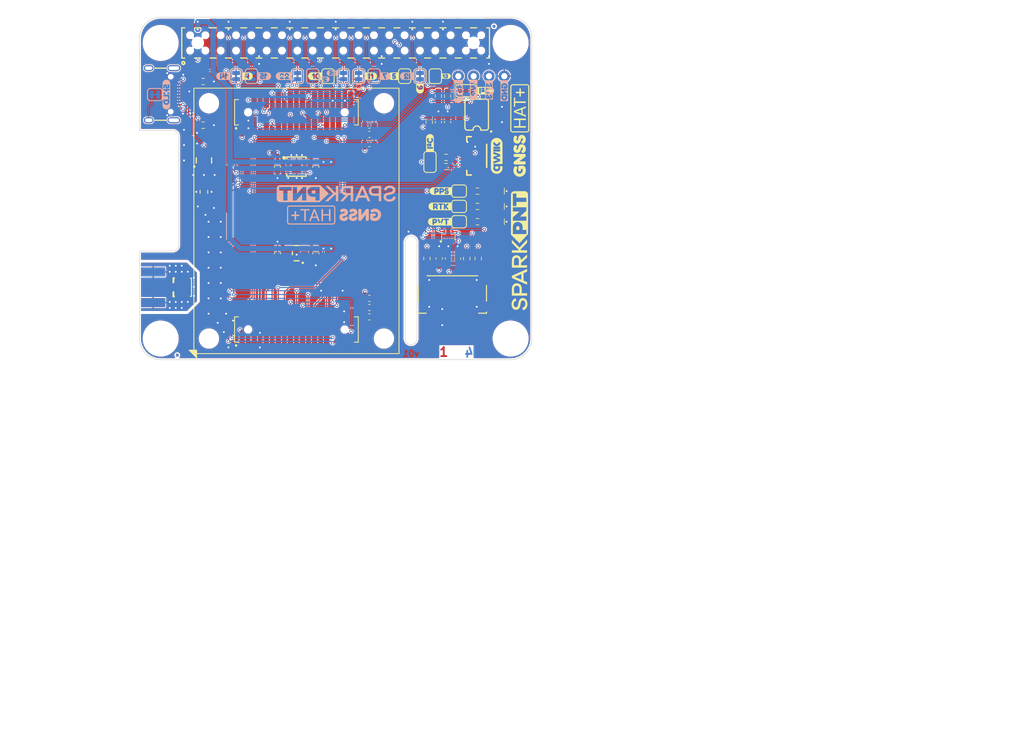
<source format=kicad_pcb>
(kicad_pcb (version 20240108) (generator "pcbnew") (generator_version "8.0")
  (title_block (title "SparkFun Product (Qwiic)") (rev "v10") (company "SparkFun") (comment 1 "Designed by: You"))
  (layers (0 "F.Cu" signal) (1 "In1.Cu" signal) (2 "In2.Cu" signal) (31 "B.Cu" signal) (34 "B.Paste" user) (35 "F.Paste" user) (36 "B.SilkS" user "B.Silkscreen") (37 "F.SilkS" user "F.Silkscreen") (38 "B.Mask" user) (39 "F.Mask" user) (44 "Edge.Cuts" user))
  (net 0 "")
  (net 1 "3.3V")
  (net 2 "GND")
  (net 4 "5V")
  (net 5 "VBACKUP")
  (net 7 "SDA")
  (net 10 "Pi_3V3")
  (net 11 "ID_SC")
  (net 12 "TXD1")
  (net 15 "RXD1")
  (net 16 "SCL")
  (net 17 "ID_SD")
  (net 21 "Net-(D1-I{slash}O2)")
  (net 22 "SD_DAT0")
  (net 23 "RTK_LED")
  (net 24 "VUSB")
  (net 25 "SD_CMD")
  (net 26 "PVT_LED")
  (net 27 "D+")
  (net 28 "SD_CLK")
  (net 30 "Net-(D1-I{slash}O1)")
  (net 31 "SD_DAT3")
  (net 32 "D-")
  (net 33 "Net-(D3-A)")
  (net 34 "Net-(D4-A)")
  (net 35 "Net-(D5-A)")
  (net 36 "Net-(J1-PICO0{slash}GPIO10)")
  (net 37 "Net-(J1-POCI0{slash}GPIO9)")
  (net 38 "Net-(J1-GCLK2{slash}GPIO6)")
  (net 39 "Net-(J1-GCLK0{slash}GPIO4)")
  (net 40 "Net-(J1-GPIO15{slash}RXD)")
  (net 41 "Net-(J1-PWM0{slash}GPIO12)")
  (net 43 "Net-(J1-GPIO14{slash}TXD)")
  (net 45 "Net-(J1-GPIO22)")
  (net 46 "Net-(J1-GPIO23)")
  (net 48 "Net-(JP1-A)")
  (net 49 "Net-(JP1-C)")
  (net 50 "Net-(JP2-A)")
  (net 51 "Net-(JP2-C)")
  (net 52 "Net-(U1-WP)")
  (net 58 "Net-(J1-~{CE1}{slash}GPIO7)")
  (net 59 "Net-(J1-GCLK1{slash}GPIO5)")
  (net 60 "Net-(J1-GPIO25)")
  (net 61 "Net-(J1-PWM1{slash}GPIO13)")
  (net 62 "Net-(J1-SCLK0{slash}GPIO11)")
  (net 63 "Net-(J1-GPIO24)")
  (net 64 "Net-(J1-~{CE0}{slash}GPIO8)")
  (net 65 "PPS1")
  (net 66 "PPS2")
  (net 67 "EVENTA")
  (net 68 "EVENTB")
  (net 69 "Net-(J3-In)")
  (net 70 "CTS2")
  (net 71 "CTS3")
  (net 72 "TXD4")
  (net 73 "TXD3")
  (net 74 "RXD2")
  (net 75 "RTS3")
  (net 76 "TXD2")
  (net 77 "Net-(J4-Pin_2-Pad16)")
  (net 78 "RTS2")
  (net 79 "RXD4")
  (net 80 "RXD3")
  (net 84 "Net-(J6-CC2)")
  (net 85 "Net-(J6-SHIELD)")
  (net 87 "Net-(J6-CC1)")
  (net 94 "Net-(JP20-B)")
  (net 95 "Net-(JP21-B)")
  (net 96 "Net-(JP22-B)")
  (footprint "SparkFun-Aesthetic:Creative_Commons_License" (layer "F.Cu") (at 215.265 168.91)
    (property "Reference" "G3" (hide yes))
    (property "Value" "OSHW_Logo" (hide yes))
  )
  (footprint "kibuzzard-678F893B" (layer "F.Cu") (at 163.703 88.519 90)
    (property "Reference" "kibuzzard-678F893B" (hide yes))
    (property "Value" "G***" (hide yes))
  )
  (footprint "SparkFun-Resistor:R_0603_1608Metric" (layer "F.Cu") (at 166.37 92.456 180)
    (property "Reference" "R5")
    (property "Value" "3.6k")
  )
  (footprint "SparkFun-Jumper:Jumper_2_NC_Trace" (layer "F.Cu") (at 131.572 77.47 -90)
    (property "Reference" "JP10")
    (property "Value" "~")
  )
  (footprint "SparkFun-Capacitor:C_0603_1608Metric" (layer "F.Cu") (at 153.67 88.646)
    (property "Reference" "C15")
    (property "Value" "10uF")
  )
  (footprint "SparkFun-Capacitor:C_0603_1608Metric" (layer "F.Cu") (at 153.67 114.3)
    (property "Reference" "C12")
    (property "Value" "10uF")
  )
  (footprint "SparkFun-Jumper:Jumper_2_NC_Trace" (layer "F.Cu") (at 146.812 77.47 -90)
    (property "Reference" "JP16")
    (property "Value" "~")
  )
  (footprint "kibuzzard-678F8D86" (layer "F.Cu") (at 139.446 77.47)
    (property "Reference" "kibuzzard-678F8D86" (hide yes))
    (property "Value" "G***" (hide yes))
  )
  (footprint "SparkFun-LED:LED_0603_1608Metric_Blue" (layer "F.Cu") (at 174.625 101.6 180)
    (property "Reference" "D4")
    (property "Value" "Blue")
  )
  (footprint "kibuzzard-678F8DB2" (layer "F.Cu") (at 153.924 77.47)
    (property "Reference" "kibuzzard-678F8DB2" (hide yes))
    (property "Value" "G***" (hide yes))
  )
  (footprint "SparkFun-Connector:2x10_2.0mm_Male_Pins_Vertical_SMD" (layer "F.Cu") (at 141.57 83.46 90)
    (property "Reference" "J4")
    (property "Value" "Conn_02x10")
  )
  (footprint "SparkFun-Jumper:Jumper_2_NC_Trace" (layer "F.Cu") (at 168.529 96.52)
    (property "Reference" "JP22")
    (property "Value" "~")
  )
  (footprint "SparkFun-Aesthetic:Fiducial_0.5mm_Mask1mm" (layer "F.Cu") (at 121.82 123.71)
    (property "Reference" "FID4")
    (property "Value" "Fiducial_0.5mm")
  )
  (footprint "SparkFun-Capacitor:C_0603_1608Metric" (layer "F.Cu") (at 165.1 85.09 90)
    (property "Reference" "C1")
    (property "Value" "1.0uF")
  )
  (footprint "SparkFun-Resistor:R_0603_1608Metric" (layer "F.Cu") (at 163.195 107.696 90)
    (property "Reference" "R8")
    (property "Value" "10k")
  )
  (footprint "SparkFun-Capacitor:C_0603_1608Metric" (layer "F.Cu") (at 153.67 117.367)
    (property "Reference" "C10")
    (property "Value" "0.1uF")
  )
  (footprint "SparkFun-Aesthetic:Fiducial_0.5mm_Mask1mm" (layer "F.Cu") (at 174.32 69.21)
    (property "Reference" "FID1")
    (property "Value" "Fiducial_0.5mm")
  )
  (footprint "SparkFun-Capacitor:C_0603_1608Metric" (layer "F.Cu") (at 138.43 92.456 90)
    (property "Reference" "C3")
    (property "Value" "1.0uF")
  )
  (footprint "kibuzzard-678F893B" (layer "F.Cu") (at 172.847 79.883)
    (property "Reference" "kibuzzard-678F893B" (hide yes))
    (property "Value" "G***" (hide yes))
  )
  (footprint "SparkFun-Resistor:R_0603_1608Metric" (layer "F.Cu") (at 126.111 85.598 180)
    (property "Reference" "R10")
    (property "Value" "5.1k")
  )
  (footprint "SparkFun-Resistor:R_0603_1608Metric" (layer "F.Cu") (at 126.111 78.359 180)
    (property "Reference" "R9")
    (property "Value" "5.1k")
  )
  (footprint "SparkFun-Hardware:Standoff_Raspberry-Pi_HAT+" (layer "F.Cu") (at 119.07 120.96)
    (property "Reference" "ST6")
    (property "Value" "Standoff")
  )
  (footprint "kibuzzard-678F8E41" (layer "F.Cu") (at 144.653 77.47)
    (property "Reference" "kibuzzard-678F8E41" (hide yes))
    (property "Value" "G***" (hide yes))
  )
  (footprint "SparkFun-Capacitor:C_0603_1608Metric" (layer "F.Cu") (at 153.67 85.598)
    (property "Reference" "C13")
    (property "Value" "0.1uF")
  )
  (footprint "kibuzzard-678F8E25" (layer "F.Cu") (at 162.052 79.502 90)
    (property "Reference" "kibuzzard-678F8E25" (hide yes))
    (property "Value" "G***" (hide yes))
  )
  (footprint "SparkFun-LED:LED_0603_1608Metric_Blue" (layer "F.Cu") (at 174.625 96.52 180)
    (property "Reference" "D5")
    (property "Value" "Blue")
  )
  (footprint "SparkFun-Aesthetic:qwiic_6mm" (layer "F.Cu") (at 174.752 90.678 90)
    (property "Reference" "G***" (hide yes))
    (property "Value" "LOGO" (hide yes))
  )
  (footprint "SparkFun-Jumper:Jumper_2_NC_Trace" (layer "F.Cu") (at 162.052 77.47 -90)
    (property "Reference" "JP12")
    (property "Value" "~")
  )
  (footprint "SparkFun-Hardware:Standoff" (layer "F.Cu") (at 156.07 81.96)
    (property "Reference" "ST2")
    (property "Value" "Standoff")
  )
  (footprint "kibuzzard-678F8755" (layer "F.Cu") (at 165.481 96.52)
    (property "Reference" "kibuzzard-678F8755" (hide yes))
    (property "Value" "G***" (hide yes))
  )
  (footprint "SparkFun-Jumper:Jumper_2_NC_Trace" (layer "F.Cu") (at 141.732 77.47 90)
    (property "Reference" "JP6")
    (property "Value" "~")
  )
  (footprint "SparkFun-Resistor:R_0603_1608Metric" (layer "F.Cu") (at 171.577 99.06 180)
    (property "Reference" "R11")
    (property "Value" "2.2k")
  )
  (footprint "SparkFun-Connector:SMA_Edge" (layer "F.Cu") (at 117.824 112.46 90)
    (property "Reference" "J7")
    (property "Value" "SMA_Edge")
  )
  (footprint "SparkFun-Resistor:R_0603_1608Metric" (layer "F.Cu") (at 163.576 85.09 -90)
    (property "Reference" "R3")
    (property "Value" "1k")
  )
  (footprint "SparkFun-Connector:1x01" (layer "F.Cu") (at 168.402 77.47)
    (property "Reference" "RST.1")
    (property "Value" "PTH")
  )
  (footprint "SparkFun-Connector:microSD_Friction_Fit_Common" (layer "F.Cu") (at 167.42 113.46)
    (property "Reference" "J5")
    (property "Value" "microSD_Friction")
  )
  (footprint "SparkFun-Capacitor:C_0603_1608Metric" (layer "F.Cu") (at 165.227 107.696 90)
    (property "Reference" "C8")
    (property "Value" "10uF")
  )
  (footprint "SparkFun-Jumper:Jumper_2_NC_Trace" (layer "F.Cu") (at 168.529 101.6)
    (property "Reference" "JP21")
    (property "Value" "~")
  )
  (footprint "SparkFun-Connector:1x01" (layer "F.Cu") (at 176.022 77.47)
    (property "Reference" "GND.1")
    (property "Value" "PTH")
  )
  (footprint "SparkFun-Aesthetic:SparkPNT_Logo_20mm" (layer "F.Cu") (at 178.562 106.299 90)
    (property "Reference" "G***" (hide yes))
    (property "Value" "LOGO" (hide yes))
  )
  (footprint "SparkFun-Jumper:Jumper_2_NC_Trace" (layer "F.Cu") (at 149.352 77.47 -90)
    (property "Reference" "JP15")
    (property "Value" "~")
  )
  (footprint "SparkFun-Hardware:Standoff_Raspberry-Pi_HAT+" (layer "F.Cu") (at 119.07 71.96)
    (property "Reference" "ST5")
    (property "Value" "Standoff")
  )
  (footprint "SparkFun-Capacitor:C_0603_1608Metric" (layer "F.Cu") (at 168.275 107.696 90)
    (property "Reference" "C7")
    (property "Value" "0.1uF")
  )
  (footprint "SparkFun-Connector:1x01" (layer "F.Cu") (at 170.942 77.47)
    (property "Reference" "WP.1")
    (property "Value" "PTH")
  )
  (footprint "kibuzzard-678F852F" (layer "F.Cu") (at 178.562 90.678 90)
    (property "Reference" "kibuzzard-678F852F" (hide yes))
    (property "Value" "G***" (hide yes))
  )
  (footprint "kibuzzard-678F878F" (layer "F.Cu") (at 165.354 101.6)
    (property "Reference" "kibuzzard-678F878F" (hide yes))
    (property "Value" "G***" (hide yes))
  )
  (footprint "SparkFun-Semiconductor-Standard:SOT23-6" (layer "F.Cu") (at 126.238 91.44 90)
    (property "Reference" "D1")
    (property "Value" "DT1042-04SO")
  )
  (footprint "SparkFun-Connector:Raspberry_Pi_Shield_Top_Entry_No_Mounting_Holes" (layer "F.Cu") (at 148.07 71.96 90)
    (property "Reference" "J1")
    (property "Value" "Raspberry_Pi_2x20_SMD_Passthrough")
  )
  (footprint "SparkFun-Connector:1x01" (layer "F.Cu") (at 173.482 77.47)
    (property "Reference" "3V3.1")
    (property "Value" "PTH")
  )
  (footprint "SparkFun-Resistor:R_0603_1608Metric" (layer "F.Cu") (at 166.37 90.932 180)
    (property "Reference" "R4")
    (property "Value" "3.6k")
  )
  (footprint "SparkFun-Connector:JST_SMD_1.0mm-4_Vertical" (layer "F.Cu") (at 171.45 90.678 -90)
    (property "Reference" "J8")
    (property "Value" "Qwiic_Vertical")
  )
  (footprint "SparkFun-Aesthetic:RPi_HAT+_8mm" (layer "F.Cu") (at 178.562 82.804 90)
    (property "Reference" "REF**")
    (property "Value" "RPi_HAT+_8mm")
  )
  (footprint "SparkFun-Resistor:R_0603_1608Metric" (layer "F.Cu") (at 171.577 96.52 180)
    (property "Reference" "R13")
    (property "Value" "2.2k")
  )
  (footprint "SparkFun-Resistor:R_0603_1608Metric" (layer "F.Cu") (at 166.624 80.772 90)
    (property "Reference" "R2")
    (property "Value" "3.6k")
  )
  (footprint "SparkFun-Resistor:R_0603_1608Metric" (layer "F.Cu") (at 165.1 80.772 90)
    (property "Reference" "R1")
    (property "Value" "3.6k")
  )
  (footprint "SparkFun-Resistor:R_0603_1608Metric" (layer "F.Cu") (at 171.704 107.696 90)
    (property "Reference" "R6")
    (property "Value" "10k")
  )
  (footprint "SparkFun-Hardware:Standoff_Raspberry-Pi_HAT+" (layer "F.Cu") (at 177.07 120.96)
    (property "Reference" "ST7")
    (property "Value" "Standoff")
  )
  (footprint "SparkFun-Capacitor:C_0603_1608Metric" (layer "F.Cu") (at 166.751 107.696 -90)
    (property "Reference" "C9")
    (property "Value" "1.0uF")
  )
  (footprint "SparkFun-Capacitor:C_0603_1608Metric" (layer "F.Cu") (at 138.43 106.807 -90)
    (property "Reference" "C5")
    (property "Value" "1.0uF")
  )
  (footprint "SparkFun-Semiconductor-Standard:SOT23-5" (layer "F.Cu") (at 141.605 106.807 180)
    (property "Reference" "U3")
    (property "Value" "STLQ015-3.3")
  )
  (footprint "SparkFun-Capacitor:C_0603_1608Metric" (layer "F.Cu") (at 153.67 115.824 180)
    (property "Reference" "C11")
    (property "Value" "1.0uF")
  )
  (footprint "SparkFun-Connector:U.FL" (layer "F.Cu") (at 122.682 112.46 180)
    (property "Reference" "J3")
    (property "Value" "U.FL")
  )
  (footprint "SparkFun-Capacitor:C_0603_1608Metric" (layer "F.Cu") (at 144.78 106.807 90)
    (property "Reference" "C4")
    (property "Value" "1.0uF")
  )
  (footprint "SparkFun-Semiconductor-Standard:UDFN-8" (layer "F.Cu") (at 141.57 92.46)
    (property "Reference" "U2")
    (property "Value" "AP7361C-3.3V")
  )
  (footprint "SparkFun-Hardware:Standoff" (layer "F.Cu") (at 127.07 120.96)
    (property "Reference" "ST4")
    (property "Value" "Standoff")
  )
  (footprint "kibuzzard-678F8E11" (layer "F.Cu") (at 157.607 77.47)
    (property "Reference" "kibuzzard-678F8E11" (hide yes))
    (property "Value" "G***" (hide yes))
  )
  (footprint "SparkFun-Capacitor:C_0603_1608Metric" (layer "F.Cu") (at 166.624 85.09 90)
    (property "Reference" "C6")
    (property "Value" "0.1uF")
  )
  (footprint "SparkFun-Capacitor:C_0603_1608Metric" (layer "F.Cu") (at 144.78 92.456 90)
    (property "Reference" "C2")
    (property "Value" "1.0uF")
  )
  (footprint "SparkFun-Hardware:Standoff" (layer "F.Cu") (at 156.07 120.96)
    (property "Reference" "ST3")
    (property "Value" "Standoff")
  )
  (footprint "SparkFun-Jumper:Jumper_2_NC_Trace" (layer "F.Cu") (at 164.592 77.47 -90)
    (property "Reference" "JP19")
    (property "Value" "~")
  )
  (footprint "kibuzzard-678F8777" (layer "F.Cu") (at 165.354 99.06)
    (property "Reference" "kibuzzard-678F8777" (hide yes))
    (property "Value" "G***" (hide yes))
  )
  (footprint "SparkFun-Resistor:R_0603_1608Metric" (layer "F.Cu") (at 169.799 107.696 90)
    (property "Reference" "R7")
    (property "Value" "10k")
  )
  (footprint "SparkFun-Resistor:R_0603_1608Metric" (layer "F.Cu") (at 171.577 101.6 180)
    (property "Reference" "R12")
    (property "Value" "2.2k")
  )
  (footprint "SparkFun-Capacitor:C_0603_1608Metric" (layer "F.Cu") (at 153.67 87.122 180)
    (property "Reference" "C14")
    (property "Value" "1.0uF")
  )
  (footprint "SparkFun-Connector:USB-C_16" (layer "F.Cu") (at 122.17 80.46 -90)
    (property "Reference" "J6")
    (property "Value" "USB_C_Receptacle")
  )
  (footprint "SparkFun-Hardware:Standoff_Raspberry-Pi_HAT+" (layer "F.Cu") (at 177.07 71.96)
    (property "Reference" "ST8")
    (property "Value" "Standoff")
  )
  (footprint "SparkFun-Jumper:Jumper_2_NC_Trace" (layer "F.Cu") (at 168.529 99.06)
    (property "Reference" "JP20")
    (property "Value" "~")
  )
  (footprint "SparkFun-Connector:2x10_2.0mm_Male_Pins_Vertical_SMD" (layer "F.Cu") (at 141.57 119.46 90)
    (property "Reference" "J2")
    (property "Value" "Conn_02x10")
  )
  (footprint "SparkFun-Semiconductor-Standard:SO-8" (layer "F.Cu") (at 171.45 83.82 180)
    (property "Reference" "U1")
    (property "Value" "CAT24C512WI-GT3")
  )
  (footprint "SparkFun-Jumper:Jumper_3_NC-2_Trace" (layer "F.Cu") (at 169.672 79.883 180)
    (property "Reference" "JP2")
    (property "Value" "~")
  )
  (footprint "SparkFun-Jumper:Jumper_2_NC_Trace" (layer "F.Cu") (at 151.892 77.47 -90)
    (property "Reference" "JP17")
    (property "Value" "~")
  )
  (footprint "SparkFun-LED:LED_0603_1608Metric_Blue" (layer "F.Cu") (at 174.625 99.06 180)
    (property "Reference" "D3")
    (property "Value" "Blue")
  )
  (footprint "kibuzzard-678F8D59" (layer "F.Cu") (at 133.477 77.47)
    (property "Reference" "kibuzzard-678F8D59" (hide yes))
    (property "Value" "G***" (hide yes))
  )
  (footprint "SparkFun-Hardware:Standoff" (layer "F.Cu") (at 127.07 81.96)
    (property "Reference" "ST1")
    (property "Value" "Standoff")
  )
  (footprint "SparkFun-Jumper:Jumper_2_NC_Trace" (layer "F.Cu") (at 159.512 77.47 -90)
    (property "Reference" "JP11")
    (property "Value" "~")
  )
  (footprint "SparkFun-Jumper:Jumper_3_NC-2_Trace" (layer "F.Cu") (at 163.703 91.694 90)
    (property "Reference" "JP1")
    (property "Value" "~")
  )
  (footprint "SparkFun-Semiconductor-Standard:SOT-353" (layer "F.Cu") (at 166.751 104.013 90)
    (property "Reference" "D2")
    (property "Value" "DF5A5.6LFU")
  )
  (footprint "kibuzzard-678F8DFF" (layer "F.Cu") (at 166.37 77.47)
    (property "Reference" "kibuzzard-678F8DFF" (hide yes))
    (property "Value" "G***" (hide yes))
  )
  (footprint "SparkFun-Coil:RFCMF1220100M4T" (layer "F.Cu") (at 126.238 96.647 -90)
    (property "Reference" "TR1")
    (property "Value" "RFCMF1220100M4T")
  )
  (footprint "kibuzzard-678F8F2B" (layer "B.Cu") (at 136.271 77.47 180)
    (property "Reference" "kibuzzard-678F8F2B" (hide yes))
    (property "Value" "G***" (hide yes))
  )
  (footprint "SparkFun-Jumper:Jumper_2_NC_Trace" (layer "B.Cu") (at 134.112 77.47 90)
    (property "Reference" "JP5")
    (property "Value" "~")
  )
  (footprint "kibuzzard-678F8ED3" (layer "B.Cu") (at 147.447 76.962 180)
    (property "Reference" "kibuzzard-678F8ED3" (hide yes))
    (property "Value" "G***" (hide yes))
  )
  (footprint "SparkFun-Jumper:Jumper_2_NC_Trace" (layer "B.Cu") (at 131.572 77.47 90)
    (property "Reference" "JP4")
    (property "Value" "~")
  )
  (footprint "SparkFun-Aesthetic:RPi_HAT+_8mm" (layer "B.Cu") (at 144.018 100.457 180)
    (property "Reference" "REF**")
    (property "Value" "RPi_HAT+_8mm")
  )
  (footprint "SparkFun-Aesthetic:Fiducial_0.5mm_Mask1mm" (layer "B.Cu") (at 174.32 69.21 180)
    (property "Reference" "FID3")
    (property "Value" "Fiducial_0.5mm")
  )
  (footprint "SparkFun-Aesthetic:SparkPNT_Logo_20mm" (layer "B.Cu") (at 148.07 96.96 180)
    (property "Reference" "G***" (hide yes))
    (property "Value" "LOGO" (hide yes))
  )
  (footprint "kibuzzard-678F8E95" (layer "B.Cu") (at 159.893 77.47 180)
    (property "Reference" "kibuzzard-678F8E95" (hide yes))
    (property "Value" "G***" (hide yes))
  )
  (footprint "kibuzzard-678F89E9" (layer "B.Cu") (at 173.482 79.756 -90)
    (property "Reference" "kibuzzard-678F89E9" (hide yes))
    (property "Value" "G***" (hide yes))
  )
  (footprint "SparkFun-Jumper:Jumper_2_NC_Trace" (layer "B.Cu") (at 149.352 77.47 90)
    (property "Reference" "JP9")
    (property "Value" "~")
  )
  (footprint "SparkFun-Aesthetic:Fiducial_0.5mm_Mask1mm" (layer "B.Cu") (at 121.82 123.71 180)
    (property "Reference" "FID2")
    (property "Value" "Fiducial_0.5mm")
  )
  (footprint "SparkFun-Jumper:Jumper_2_NC_Trace" (layer "B.Cu") (at 141.732 77.47 90)
    (property "Reference" "JP7")
    (property "Value" "~")
  )
  (footprint "SparkFun-Jumper:Jumper_2_NC_Trace" (layer "B.Cu") (at 162.052 77.47 -90)
    (property "Reference" "JP18")
    (property "Value" "~")
  )
  (footprint "kibuzzard-678F8F11" (layer "B.Cu") (at 139.446 77.47 180)
    (property "Reference" "kibuzzard-678F8F11" (hide yes))
    (property "Value" "G***" (hide yes))
  )
  (footprint "kibuzzard-678F8EB4" (layer "B.Cu") (at 156.337 77.47 180)
    (property "Reference" "kibuzzard-678F8EB4" (hide yes))
    (property "Value" "G***" (hide yes))
  )
  (footprint "kibuzzard-678F8AD2" (layer "B.Cu") (at 168.402 80.01 -90)
    (property "Reference" "kibuzzard-678F8AD2" (hide yes))
    (property "Value" "G***" (hide yes))
  )
  (footprint "kibuzzard-678F8F42" (layer "B.Cu") (at 129.413 77.47 180)
    (property "Reference" "kibuzzard-678F8F42" (hide yes))
    (property "Value" "G***" (hide yes))
  )
  (footprint "SparkFun-Jumper:Jumper_2_NC_Trace" (layer "B.Cu") (at 118.11 80.518 180)
    (property "Reference" "JP3")
    (property "Value" "~")
  )
  (footprint "kibuzzard-678F89CB" (layer "B.Cu") (at 176.022 79.883 -90)
    (property "Reference" "kibuzzard-678F89CB" (hide yes))
    (property "Value" "G***" (hide yes))
  )
  (footprint "kibuzzard-678F918F" (layer "B.Cu") (at 170.942 79.756 -90)
    (property "Reference" "kibuzzard-678F918F" (hide yes))
    (property "Value" "G***" (hide yes))
  )
  (footprint "kibuzzard-678F852F" (layer "B.Cu") (at 152.146 100.457 180)
    (property "Reference" "kibuzzard-678F852F" (hide yes))
    (property "Value" "G***" (hide yes))
  )
  (footprint "SparkFun-Jumper:Jumper_2_NC_Trace" (layer "B.Cu") (at 144.272 77.47 90)
    (property "Reference" "JP8")
    (property "Value" "~")
  )
  (footprint "SparkFun-Jumper:Jumper_2_NC_Trace" (layer "B.Cu") (at 154.432 77.47 -90)
    (property "Reference" "JP13")
    (property "Value" "~")
  )
  (footprint "kibuzzard-678F8FC6" (layer "B.Cu") (at 151.892 79.248 -90)
    (property "Reference" "kibuzzard-678F8FC6" (hide yes))
    (property "Value" "G***" (hide yes))
  )
  (footprint "SparkFun-Jumper:Jumper_2_NC_Trace" (layer "B.Cu") (at 151.892 77.47 -90)
    (property "Reference" "JP14")
    (property "Value" "~")
  )
  (footprint "kibuzzard-678F8EED" (layer "B.Cu") (at 146.177 77.978 180)
    (property "Reference" "kibuzzard-678F8EED" (hide yes))
    (property "Value" "G***" (hide yes))
  )
  (footprint "kibuzzard-678F92B8" (layer "B.Cu") (at 120.015 80.518 -90)
    (property "Reference" "kibuzzard-678F92B8" (hide yes))
    (property "Value" "G***" (hide yes))
  )
  (gr_rect (start 124.57 79.46) (end 158.57 123.46) (stroke (width 0.15)) (fill none) (layer "F.SilkS"))
  (gr_poly (pts (xy 125.029 122.89) (xy 125.029 124.14) (xy 123.779 122.89)) (stroke (width 0.15)) (fill solid) (layer "F.SilkS"))
  (gr_arc (start 121.07 86.46) (mid 121.777107 86.752893) (end 122.07 87.46) (stroke (width 0.1)) (layer "Edge.Cuts"))
  (gr_arc (start 119.07 124.46) (mid 116.595126 123.434874) (end 115.57 120.96) (stroke (width 0.1)) (layer "Edge.Cuts"))
  (gr_line (start 115.57 106.46) (end 115.57 120.96) (stroke (width 0.1)) (layer "Edge.Cuts"))
  (gr_line (start 119.07 124.46) (end 177.07 124.46) (stroke (width 0.1)) (layer "Edge.Cuts"))
  (gr_line (start 119.07 67.71) (end 177.07 67.71) (stroke (width 0.1)) (layer "Edge.Cuts"))
  (gr_line (start 180.57 120.96) (end 180.57 71.21) (stroke (width 0.1)) (layer "Edge.Cuts"))
  (gr_line (start 161.57 120.96) (end 161.57 104.96) (stroke (width 0.1)) (layer "Edge.Cuts"))
  (gr_line (start 122.07 87.46) (end 122.07 105.46) (stroke (width 0.1)) (layer "Edge.Cuts"))
  (gr_line (start 115.57 71.21) (end 115.57 86.46) (stroke (width 0.1)) (layer "Edge.Cuts"))
  (gr_arc (start 115.57 71.21) (mid 116.595126 68.735126) (end 119.07 67.71) (stroke (width 0.1)) (layer "Edge.Cuts"))
  (gr_arc (start 177.07 67.71) (mid 179.544874 68.735126) (end 180.57 71.21) (stroke (width 0.1)) (layer "Edge.Cuts"))
  (gr_line (start 115.57 86.46) (end 121.07 86.46) (stroke (width 0.1)) (layer "Edge.Cuts"))
  (gr_arc (start 180.57 120.96) (mid 179.544874 123.434874) (end 177.07 124.46) (stroke (width 0.1)) (layer "Edge.Cuts"))
  (gr_arc (start 161.57 120.96) (mid 160.57 121.96) (end 159.57 120.96) (stroke (width 0.1)) (layer "Edge.Cuts"))
  (gr_arc (start 159.57 104.96) (mid 160.57 103.96) (end 161.57 104.96) (stroke (width 0.1)) (layer "Edge.Cuts"))
  (gr_line (start 121.07 106.46) (end 115.57 106.46) (stroke (width 0.1)) (layer "Edge.Cuts"))
  (gr_arc (start 122.07 105.46) (mid 121.777107 106.167107) (end 121.07 106.46) (stroke (width 0.1)) (layer "Edge.Cuts"))
  (gr_line (start 159.57 120.96) (end 159.57 104.96) (stroke (width 0.1)) (layer "Edge.Cuts"))
  (gr_text "1" (at 165.989 123.19 0) (layer "F.Cu") (effects (font (size 1.5 1.5) (thickness 0.3) (bold yes))))
  (gr_text "v01" (at 160.528 123.444 0) (layer "B.Cu" knockout) (effects (font (size 1.016 1.016) (thickness 0.254) (bold yes)) (justify mirror)))
  (gr_text "4" (at 170.18 123.317 0) (layer "B.Cu") (effects (font (size 1.5 1.5) (thickness 0.3) (bold yes)) (justify mirror)))
  (segment (start 132.57 119.87) (end 132.207 119.507) (width 0.5588) (layer "F.Cu") (net 1))
  (segment (start 138.43 91.681) (end 138.43 90.17) (width 0.5588) (layer "F.Cu") (net 1))
  (segment (start 162.56 85.915) (end 163.576 85.915) (width 0.1778) (layer "F.Cu") (net 1))
  (segment (start 152.895 114.3) (end 152.895 115.824) (width 0.5588) (layer "F.Cu") (net 1))
  (segment (start 152.4 81.915) (end 151.82 81.335) (width 0.5588) (layer "F.Cu") (net 1))
  (segment (start 152.895 88.646) (end 152.895 89.776) (width 0.5588) (layer "F.Cu") (net 1))
  (segment (start 165.227 108.471) (end 166.751 108.471) (width 0.5588) (layer "F.Cu") (net 1))
  (segment (start 168.51 85.865) (end 168.65 85.725) (width 0.1778) (layer "F.Cu") (net 1))
  (segment (start 139.332 91.681) (end 138.43 91.681) (width 0.3048) (layer "F.Cu") (net 1))
  (segment (start 152.895 87.122) (end 152.895 85.598) (width 0.5588) (layer "F.Cu") (net 1))
  (segment (start 151.82 81.335) (end 150.57 81.335) (width 0.5588) (layer "F.Cu") (net 1))
  (segment (start 163.195 106.871) (end 163.195 105.664) (width 0.1778) (layer "F.Cu") (net 1))
  (segment (start 152.895 115.824) (end 152.895 117.367) (width 0.5588) (layer "F.Cu") (net 1))
  (segment (start 140.195 91.485) (end 139.528 91.485) (width 0.3048) (layer "F.Cu") (net 1))
  (segment (start 152.895 88.646) (end 152.895 87.122) (width 0.5588) (layer "F.Cu") (net 1))
  (segment (start 169.672 79.883) (end 169.672 81.153) (width 0.1778) (layer "F.Cu") (net 1))
  (segment (start 171.188 90.178) (end 171.196 90.17) (width 0.1778) (layer "F.Cu") (net 1))
  (segment (start 166.751 108.471) (end 168.275 108.471) (width 0.5588) (layer "F.Cu") (net 1))
  (segment (start 132.57 85.585) (end 132.57 87.612) (width 0.5588) (layer "F.Cu") (net 1))
  (segment (start 132.57 87.612) (end 132.588 87.63) (width 0.5588) (layer "F.Cu") (net 1))
  (segment (start 166.624 85.865) (end 168.51 85.865) (width 0.1778) (layer "F.Cu") (net 1))
  (segment (start 132.57 121.585) (end 132.57 119.87) (width 0.5588) (layer "F.Cu") (net 1))
  (segment (start 150.602 117.367) (end 150.57 117.335) (width 0.5588) (layer "F.Cu") (net 1))
  (segment (start 169.939 90.178) (end 171.188 90.178) (width 0.1778) (layer "F.Cu") (net 1))
  (segment (start 152.895 85.598) (end 152.895 84.315) (width 0.5588) (layer "F.Cu") (net 1))
  (segment (start 152.895 117.367) (end 150.602 117.367) (width 0.5588) (layer "F.Cu") (net 1))
  (segment (start 152.4 83.82) (end 152.4 81.915) (width 0.5588) (layer "F.Cu") (net 1))
  (segment (start 152.895 89.776) (end 152.908 89.789) (width 0.5588) (layer "F.Cu") (net 1))
  (segment (start 165.1 85.865) (end 166.624 85.865) (width 0.1778) (layer "F.Cu") (net 1))
  (segment (start 137.16 90.17) (end 138.43 90.17) (width 0.5588) (layer "F.Cu") (net 1))
  (segment (start 152.895 114.3) (end 152.895 113.17) (width 0.5588) (layer "F.Cu") (net 1))
  (segment (start 152.895 113.17) (end 152.908 113.157) (width 0.5588) (layer "F.Cu") (net 1))
  (segment (start 171.704 106.871) (end 171.704 105.664) (width 0.1778) (layer "F.Cu") (net 1))
  (segment (start 165.227 108.471) (end 165.227 109.601) (width 0.5588) (layer "F.Cu") (net 1))
  (segment (start 168.275 117.39) (end 168.32 117.435) (width 0.4064) (layer "F.Cu") (net 1))
  (segment (start 163.576 85.915) (end 165.05 85.915) (width 0.1778) (layer "F.Cu") (net 1))
  (segment (start 139.528 91.485) (end 139.332 91.681) (width 0.3048) (layer "F.Cu") (net 1))
  (segment (start 169.799 106.871) (end 169.799 105.664) (width 0.1778) (layer "F.Cu") (net 1))
  (segment (start 152.895 84.315) (end 152.4 83.82) (width 0.5588) (layer "F.Cu") (net 1))
  (segment (start 163.703 91.694) (end 162.306 91.694) (width 0.1778) (layer "F.Cu") (net 1))
  (segment (start 165.05 85.915) (end 165.1 85.865) (width 0.1778) (layer "F.Cu") (net 1))
  (segment (start 168.275 108.471) (end 168.275 117.39) (width 0.4064) (layer "F.Cu") (net 1))
  (via (at 162.56 85.915) (size 0.56) (drill 0.3) (layers "F.Cu" "B.Cu") (net 1))
  (via (at 152.908 89.789) (size 0.56) (drill 0.3) (layers "F.Cu" "B.Cu") (net 1))
  (via (at 165.227 109.601) (size 0.56) (drill 0.3) (layers "F.Cu" "B.Cu") (net 1))
  (via (at 132.207 119.507) (size 0.56) (drill 0.3) (layers "F.Cu" "B.Cu") (net 1))
  (via (at 137.16 90.17) (size 0.56) (drill 0.3) (layers "F.Cu" "B.Cu") (net 1))
  (via (at 132.588 87.63) (size 0.56) (drill 0.3) (layers "F.Cu" "B.Cu") (net 1))
  (via (at 152.908 113.157) (size 0.56) (drill 0.3) (layers "F.Cu" "B.Cu") (net 1))
  (via (at 138.43 90.17) (size 0.56) (drill 0.3) (layers "F.Cu" "B.Cu") (net 1))
  (via (at 169.799 105.664) (size 0.56) (drill 0.3) (layers "F.Cu" "B.Cu") (net 1))
  (via (at 163.195 105.664) (size 0.56) (drill 0.3) (layers "F.Cu" "B.Cu") (net 1))
  (via (at 171.196 90.17) (size 0.56) (drill 0.3) (layers "F.Cu" "B.Cu") (net 1))
  (via (at 169.672 81.153) (size 0.56) (drill 0.3) (layers "F.Cu" "B.Cu") (net 1))
  (via (at 162.306 91.694) (size 0.56) (drill 0.3) (layers "F.Cu" "B.Cu") (net 1))
  (via (at 171.704 105.664) (size 0.56) (drill 0.3) (layers "F.Cu" "B.Cu") (net 1))
  (segment (start 121.83 83.685) (end 121.568 83.947) (width 0.1778) (layer "F.Cu") (net 2))
  (segment (start 121.557 76.962) (end 120.142 76.962) (width 0.1778) (layer "F.Cu") (net 2))
  (segment (start 122.74325 83.685) (end 122.75125 83.693) (width 0.1778) (layer "F.Cu") (net 2))
  (segment (start 121.83 77.235) (end 121.557 76.962) (width 0.1778) (layer "F.Cu") (net 2))
  (segment (start 121.83 77.235) (end 122.79 77.235) (width 0.1778) (layer "F.Cu") (net 2))
  (segment (start 122.79 77.235) (end 122.809 77.216) (width 0.1778) (layer "F.Cu") (net 2))
  (segment (start 126.238 92.7401) (end 126.238 93.853) (width 0.1778) (layer "F.Cu") (net 2))
  (segment (start 121.568 83.947) (end 120.142 83.947) (width 0.1778) (layer "F.Cu") (net 2))
  (segment (start 121.83 83.685) (end 122.74325 83.685) (width 0.1778) (layer "F.Cu") (net 2))
  (via (at 127 116.84) (size 0.56) (drill 0.3) (layers "F.Cu" "B.Cu") (net 2))
  (via (at 176.403 99.06) (size 0.56) (drill 0.3) (layers "F.Cu" "B.Cu") (net 2))
  (via (at 125.222 99.06) (size 0.56) (drill 0.3) (layers "F.Cu" "B.Cu") (net 2))
  (via (at 165.862 69.723) (size 0.56) (drill 0.3) (layers "F.Cu" "B.Cu") (net 2))
  (via (at 130.302 69.723) (size 0.56) (drill 0.3) (layers "F.Cu" "B.Cu") (net 2))
  (via (at 173.482 75.438) (size 0.56) (drill 0.3) (layers "F.Cu" "B.Cu") (net 2))
  (via (at 124.57 112.39) (size 0.56) (drill 0.3) (layers "F.Cu" "B.Cu") (net 2))
  (via (at 122.936 88.9) (size 0.56) (drill 0.3) (layers "F.Cu" "B.Cu") (net 2))
  (via (at 149.606 81.534) (size 0.56) (drill 0.3) (layers "F.Cu" "B.Cu") (net 2))
  (via (at 128.016 93.853) (size 0.56) (drill 0.3) (layers "F.Cu" "B.Cu") (net 2))
  (via (at 124.57 110.89) (size 0.56) (drill 0.3) (layers "F.Cu" "B.Cu") (net 2))
  (via (at 121.57 108.89) (size 0.56) (drill 0.3) (layers "F.Cu" "B.Cu") (net 2))
  (via (at 155.702 75.438) (size 0.56) (drill 0.3) (layers "F.Cu" "B.Cu") (net 2))
  (via (at 141.605 90.551) (size 0.56) (drill 0.3) (layers "F.Cu" "B.Cu") (net 2))
  (via (at 176.403 96.52) (size 0.56) (drill 0.3) (layers "F.Cu" "B.Cu") (net 2))
  (via (at 140.462 69.723) (size 0.56) (drill 0.3) (layers "F.Cu" "B.Cu") (net 2))
  (via (at 171.196 89.154) (size 0.56) (drill 0.3) (layers "F.Cu" "B.Cu") (net 2))
  (via (at 123.57 109.89) (size 0.56) (drill 0.3) (layers "F.Cu" "B.Cu") (net 2))
  (via (at 127.889 78.359) (size 0.56) (drill 0.3) (layers "F.Cu" "B.Cu") (net 2))
  (via (at 148.082 69.723) (size 0.56) (drill 0.3) (layers "F.Cu" "B.Cu") (net 2))
  (via (at 168.275 105.664) (size 0.56) (drill 0.3) (layers "F.Cu" "B.Cu") (net 2))
  (via (at 120.142 76.962) (size 0.56) (drill 0.3) (layers "F.Cu" "B.Cu") (net 2))
  (via (at 129.032 104.14) (size 0.56) (drill 0.3) (layers "F.Cu" "B.Cu") (net 2))
  (via (at 122.75125 83.693) (size 0.56) (drill 0.3) (layers "F.Cu" "B.Cu") (net 2))
  (via (at 160.782 68.453) (size 0.56) (drill 0.3) (layers "F.Cu" "B.Cu") (net 2))
  (via (at 138.43 104.902) (size 0.56) (drill 0.3) (layers "F.Cu" "B.Cu") (net 2))
  (via (at 124.46 93.853) (size 0.56) (drill 0.3) (layers "F.Cu" "B.Cu") (net 2))
  (via (at 122.936 91.44) (size 0.56) (drill 0.3) (layers "F.Cu" "B.Cu") (net 2))
  (via (at 127 109.22) (size 0.56) (drill 0.3) (layers "F.Cu" "B.Cu") (net 2))
  (via (at 149.479 116.459) (size 0.56) (drill 0.3) (layers "F.Cu" "B.Cu") (net 2))
  (via (at 163.576 115.697) (size 0.56) (drill 0.3) (layers "F.Cu" "B.Cu") (net 2))
  (via (at 124.57 113.89) (size 0.56) (drill 0.3) (layers "F.Cu" "B.Cu") (net 2))
  (via (at 129.921 116.84) (size 0.56) (drill 0.3) (layers "F.Cu" "B.Cu") (net 2))
  (via (at 120.57 114.89) (size 0.56) (drill 0.3) (layers "F.Cu" "B.Cu") (net 2))
  (via (at 165.862 68.453) (size 0.56) (drill 0.3) (layers "F.Cu" "B.Cu") (net 2))
  (via (at 135.382 75.438) (size 0.56) (drill 0.3) (layers "F.Cu" "B.Cu") (net 2))
  (via (at 120.57 108.89) (size 0.56) (drill 0.3) (layers "F.Cu" "B.Cu") (net 2))
  (via (at 121.57 109.89) (size 0.56) (drill 0.3) (layers "F.Cu" "B.Cu") (net 2))
  (via (at 120.142 83.947) (size 0.56) (drill 0.3) (layers "F.Cu" "B.Cu") (net 2))
  (via (at 142.494 90.551) (size 0.56) (drill 0.3) (layers "F.Cu" "B.Cu") (net 2))
  (via (at 129.032 101.6) (size 0.56) (drill 0.3) (layers "F.Cu" "B.Cu") (net 2))
  (via (at 166.751 105.664) (size 0.56) (drill 0.3) (layers "F.Cu" "B.Cu") (net 2))
  (via (at 144.78 94.361) (size 0.56) (drill 0.3) (layers "F.Cu" "B.Cu") (net 2))
  (via (at 175.641 82.55) (size 0.56) (drill 0.3) (layers "F.Cu" "B.Cu") (net 2))
  (via (at 122.809 77.216) (size 0.56) (drill 0.3) (layers "F.Cu" "B.Cu") (net 2))
  (via (at 122.936 86.36) (size 0.56) (drill 0.3) (layers "F.Cu" "B.Cu") (net 2))
  (via (at 171.45 115.697) (size 0.56) (drill 0.3) (layers "F.Cu" "B.Cu") (net 2))
  (via (at 145.669 113.03) (size 0.56) (drill 0.3) (layers "F.Cu" "B.Cu") (net 2))
  (via (at 165.1 83.312) (size 0.56) (drill 0.3) (layers "F.Cu" "B.Cu") (net 2))
  (via (at 173.482 74.168) (size 0.56) (drill 0.3) (layers "F.Cu" "B.Cu") (net 2))
  (via (at 163.576 111.252) (size 0.56) (drill 0.3) (layers "F.Cu" "B.Cu") (net 2))
  (via (at 126.238 93.853) (size 0.56) (drill 0.3) (layers "F.Cu" "B.Cu") (net 2))
  (via (at 131.064 117.983) (size 0.56) (drill 0.3) (layers "F.Cu" "B.Cu") (net 2))
  (via (at 129.032 109.22) (size 0.56) (drill 0.3) (layers "F.Cu" "B.Cu") (net 2))
  (via (at 129.032 106.68) (size 0.56) (drill 0.3) (layers "F.Cu" "B.Cu") (net 2))
  (via (at 144.78 108.8257) (size 0.56) (drill 0.3) (layers "F.Cu" "B.Cu") (net 2))
  (via (at 148.082 68.453) (size 0.56) (drill 0.3) (layers "F.Cu" "B.Cu") (net 2))
  (via (at 128.524 118.364) (size 0.56) (drill 0.3) (layers "F.Cu" "B.Cu") (net 2))
  (via (at 130.302 122.428) (size 0.56) (drill 0.3) (layers "F.Cu" "B.Cu") (net 2))
  (via (at 135.509 120.015) (size 0.56) (drill 0.3) (layers "F.Cu" "B.Cu") (net 2))
  (via (at 138.43 94.361) (size 0.56) (drill 0.3) (layers "F.Cu" "B.Cu") (net 2))
  (via (at 122.57 109.89) (size 0.56) (drill 0.3) (layers "F.Cu" "B.Cu") (net 2))
  (via (at 165.735 116.078) (size 0.56) (drill 0.3) (layers "F.Cu" "B.Cu") (net 2))
  (via (at 125.095 88.646) (size 0.56) (drill 0.3) (layers "F.Cu" "B.Cu") (net 2))
  (via (at 133.604 84.836) (size 0.56) (drill 0.3) (layers "F.Cu" "B.Cu") (net 2))
  (via (at 140.208 94.361) (size 0.56) (drill 0.3) (layers "F.Cu" "B.Cu") (net 2))
  (via (at 166.624 83.312) (size 0.56) (drill 0.3) (layers "F.Cu" "B.Cu") (net 2))
  (via (at 127 106.68) (size 0.56) (drill 0.3) (layers "F.Cu" "B.Cu") (net 2))
  (via (at 120.015 80.264) (size 0.56) (drill 0.3) (layers "F.Cu" "B.Cu") (net 2))
  (via (at 140.716 90.551) (size 0.56) (drill 0.3) (layers "F.Cu" "B.Cu") (net 2))
  (via (at 160.147 103.251) (size 0.56) (drill 0.3) (layers "F.Cu" "B.Cu") (net 2))
  (via (at 120.57 109.89) (size 0.56) (drill 0.3) (layers "F.Cu" "B.Cu") (net 2))
  (via (at 155.702 74.168) (size 0.56) (drill 0.3) (layers "F.Cu" "B.Cu") (net 2))
  (via (at 171.45 111.252) (size 0.56) (drill 0.3) (layers "F.Cu" "B.Cu") (net 2))
  (via (at 127 104.14) (size 0.56) (drill 0.3) (layers "F.Cu" "B.Cu") (net 2))
  (via (at 120.57 115.89) (size 0.56) (drill 0.3) (layers "F.Cu" "B.Cu") (net 2))
  (via (at 124.968 96.647) (size 0.56) (drill 0.3) (layers "F.Cu" "B.Cu") (net 2))
  (via (at 176.403 101.6) (size 0.56) (drill 0.3) (layers "F.Cu" "B.Cu") (net 2))
  (via (at 123.825 80.01) (size 0.56) (drill 0.3) (layers "F.Cu" "B.Cu") (net 2))
  (via (at 149.479 118.237) (size 0.56) (drill 0.3) (layers "F.Cu" "B.Cu") (net 2))
  (via (at 127.508 96.647) (size 0.56) (drill 0.3) (layers "F.Cu" "B.Cu") (net 2))
  (via (at 175.641 85.09) (size 0.56) (drill 0.3) (layers "F.Cu" "B.Cu") (net 2))
  (via (at 160.782 69.723) (size 0.56) (drill 0.3) (layers "F.Cu" "B.Cu") (net 2))
  (via (at 122.57 114.89) (size 0.56) (drill 0.3) (layers "F.Cu" "B.Cu") (net 2))
  (via (at 123.57 114.89) (size 0.56) (drill 0.3) (layers "F.Cu" "B.Cu") (net 2))
  (via (at 125.095 86.868) (size 0.56) (drill 0.3) (layers "F.Cu" "B.Cu") (net 2))
  (via (at 127 111.76) (size 0.56) (drill 0.3) (layers "F.Cu" "B.Cu") (net 2))
  (via (at 121.57 115.89) (size 0.56) (drill 0.3) (layers "F.Cu" "B.Cu") (net 2))
  (via (at 141.605 107.061) (size 0.56) (drill 0.3) (layers "F.Cu" "B.Cu") (net 2))
  (via (at 165.429885 101.905115) (size 0.56) (drill 0.3) (layers "F.Cu" "B.Cu") (net 2))
  (via (at 142.494 94.361) (size 0.56) (drill 0.3) (layers "F.Cu" "B.Cu") (net 2))
  (via (at 147.574 81.534) (size 0.56) (drill 0.3) (layers "F.Cu" "B.Cu") (net 2))
  (via (at 165.735 118.745) (size 0.56) (drill 0.3) (layers "F.Cu" "B.Cu") (net 2))
  (via (at 129.54 119.888) (size 0.56) (drill 0.3) (layers "F.Cu" "B.Cu") (net 2))
  (via (at 135.509 122.428) (size 0.56) (drill 0.3) (layers "F.Cu" "B.Cu") (net 2))
  (via (at 129.032 111.76) (size 0.56) (drill 0.3) (layers "F.Cu" "B.Cu") (net 2))
  (via (at 169.926 88.392) (size 0.56) (drill 0.3) (layers "F.Cu" "B.Cu") (net 2))
  (via (at 130.302 68.453) (size 0.56) (drill 0.3) (layers "F.Cu" "B.Cu") (net 2))
  (via (at 127 101.6) (size 0.56) (drill 0.3) (layers "F.Cu" "B.Cu") (net 2))
  (via (at 127 114.3) (size 0.56) (drill 0.3) (layers "F.Cu" "B.Cu") (net 2))
  (via (at 122.57 108.89) (size 0.56) (drill 0.3) (layers "F.Cu" "B.Cu") (net 2))
  (via (at 133.604 86.106) (size 0.56) (drill 0.3) (layers "F.Cu" "B.Cu") (net 2))
  (via (at 129.032 114.3) (size 0.56) (drill 0.3) (layers "F.Cu" "B.Cu") (net 2))
  (via (at 165.227 105.664) (size 0.56) (drill 0.3) (layers "F.Cu" "B.Cu") (net 2))
  (via (at 149.225 113.03) (size 0.56) (drill 0.3) (layers "F.Cu" "B.Cu") (net 2))
  (via (at 140.462 68.453) (size 0.56) (drill 0.3) (layers "F.Cu" "B.Cu") (net 2))
  (via (at 122.57 115.89) (size 0.56) (drill 0.3) (layers "F.Cu" "B.Cu") (net 2))
  (via (at 127.889 99.314) (size 0.56) (drill 0.3) (layers "F.Cu" "B.Cu") (net 2))
  (via (at 121.57 114.89) (size 0.56) (drill 0.3) (layers "F.Cu" "B.Cu") (net 2))
  (via (at 135.382 74.168) (size 0.56) (drill 0.3) (layers "F.Cu" "B.Cu") (net 2))
  (via (at 141.605 94.361) (size 0.56) (drill 0.3) (layers "F.Cu" "B.Cu") (net 2))
  (via (at 127.889 85.598) (size 0.56) (drill 0.3) (layers "F.Cu" "B.Cu") (net 2))
  (via (at 126.492 100.457) (size 0.56) (drill 0.3) (layers "F.Cu" "B.Cu") (net 2))
  (segment (start 143.637 109.347) (end 145.542 109.347) (width 0.1778) (layer "F.Cu") (net 4))
  (segment (start 143.682 91.485) (end 143.895 91.698) (width 0.3048) (layer "F.Cu") (net 4))
  (segment (start 126.48 69.095) (end 125.85 69.095) (width 0.4064) (layer "F.Cu") (net 4))
  (segment (start 147.32 91.694) (end 144.622 91.694) (width 0.5588) (layer "F.Cu") (net 4))
  (segment (start 125.85 69.095) (end 125.222 69.723) (width 0.4064) (layer "F.Cu") (net 4))
  (segment (start 125.864 69.095) (end 125.222 68.453) (width 0.4064) (layer "F.Cu") (net 4))
  (segment (start 124.58 69.095) (end 125.222 68.453) (width 0.4064) (layer "F.Cu") (net 4))
  (segment (start 145.542 109.347) (end 146.05 108.839) (width 0.1778) (layer "F.Cu") (net 4))
  (segment (start 142.9051 107.757) (end 142.9051 108.6151) (width 0.1778) (layer "F.Cu") (net 4))
  (segment (start 142.9051 105.857) (end 143.83 105.857) (width 0.4064) (layer "F.Cu") (net 4))
  (segment (start 147.32 106.045) (end 144.661 106.045) (width 0.5588) (layer "F.Cu") (net 4))
  (segment (start 123.94 69.095) (end 124.58 69.095) (width 0.4064) (layer "F.Cu") (net 4))
  (segment (start 144.005 106.032) (end 144.78 106.032) (width 0.4064) (layer "F.Cu") (net 4))
  (segment (start 143.895 91.698) (end 144.618 91.698) (width 0.3048) (layer "F.Cu") (net 4))
  (segment (start 124.594 69.095) (end 125.222 69.723) (width 0.4064) (layer "F.Cu") (net 4))
  (segment (start 142.9051 108.6151) (end 143.637 109.347) (width 0.1778) (layer "F.Cu") (net 4))
  (segment (start 142.945 91.485) (end 143.682 91.485) (width 0.3048) (layer "F.Cu") (net 4))
  (segment (start 146.05 108.839) (end 146.05 106.045) (width 0.1778) (layer "F.Cu") (net 4))
  (segment (start 143.83 105.857) (end 144.005 106.032) (width 0.4064) (layer "F.Cu") (net 4))
  (segment (start 123.94 69.095) (end 124.594 69.095) (width 0.4064) (layer "F.Cu") (net 4))
  (segment (start 126.48 69.095) (end 125.864 69.095) (width 0.4064) (layer "F.Cu") (net 4))
  (segment (start 144.622 91.694) (end 144.618 91.698) (width 0.5588) (layer "F.Cu") (net 4))
  (segment (start 144.661 106.045) (end 144.618 106.002) (width 0.5588) (layer "F.Cu") (net 4))
  (via (at 125.222 69.723) (size 0.56) (drill 0.3) (layers "F.Cu" "B.Cu") (net 4))
  (via (at 146.05 91.694) (size 0.56) (drill 0.3) (layers "F.Cu" "B.Cu") (net 4))
  (via (at 147.32 91.694) (size 0.56) (drill 0.3) (layers "F.Cu" "B.Cu") (net 4))
  (via (at 147.32 106.045) (size 0.56) (drill 0.3) (layers "F.Cu" "B.Cu") (net 4))
  (via (at 125.222 68.453) (size 0.56) (drill 0.3) (layers "F.Cu" "B.Cu") (net 4))
  (via (at 146.05 106.045) (size 0.56) (drill 0.3) (layers "F.Cu" "B.Cu") (net 4))
  (segment (start 130.556 79.502) (end 130.556 84.201) (width 0.9144) (layer "B.Cu") (net 4))
  (segment (start 125.222 68.453) (end 126.873 68.453) (width 0.9144) (layer "B.Cu") (net 4))
  (segment (start 132.207 106.045) (end 147.32 106.045) (width 0.9144) (layer "B.Cu") (net 4))
  (segment (start 130.556 104.394) (end 132.207 106.045) (width 0.9144) (layer "B.Cu") (net 4))
  (segment (start 127.762 69.342) (end 127.762 70.866) (width 0.9144) (layer "B.Cu") (net 4))
  (segment (start 126.873 68.453) (end 127.762 69.342) (width 0.9144) (layer "B.Cu") (net 4))
  (segment (start 130.556 84.201) (end 130.556 91.694) (width 0.9144) (layer "B.Cu") (net 4))
  (segment (start 125.222 69.723) (end 125.222 68.453) (width 0.9144) (layer "B.Cu") (net 4))
  (segment (start 127.762 70.866) (end 127.762 76.708) (width 0.9144) (layer "B.Cu") (net 4))
  (segment (start 130.556 91.694) (end 147.32 91.694) (width 0.9144) (layer "B.Cu") (net 4))
  (segment (start 128.397 77.343) (end 130.556 79.502) (width 0.9144) (layer "B.Cu") (net 4))
  (segment (start 130.556 91.694) (end 130.556 104.394) (width 0.9144) (layer "B.Cu") (net 4))
  (segment (start 127.762 76.708) (end 128.397 77.343) (width 0.9144) (layer "B.Cu") (net 4))
  (segment (start 136.766 107.582) (end 138.43 107.582) (width 0.3048) (layer "F.Cu") (net 5))
  (segment (start 135.509 108.839) (end 136.766 107.582) (width 0.3048) (layer "F.Cu") (net 5))
  (segment (start 136.525 119.888) (end 135.509 118.872) (width 0.3048) (layer "F.Cu") (net 5))
  (segment (start 135.509 118.872) (end 135.509 108.839) (width 0.3048) (layer "F.Cu") (net 5))
  (segment (start 136.57 121.585) (end 136.525 121.54) (width 0.3048) (layer "F.Cu") (net 5))
  (segment (start 140.3049 107.757) (end 139.38 107.757) (width 0.4064) (layer "F.Cu") (net 5))
  (segment (start 139.38 107.757) (end 139.205 107.582) (width 0.4064) (layer "F.Cu") (net 5))
  (segment (start 136.525 121.54) (end 136.525 119.888) (width 0.3048) (layer "F.Cu") (net 5))
  (segment (start 139.205 107.582) (end 138.43 107.582) (width 0.4064) (layer "F.Cu") (net 5))
  (segment (start 127.457201 76.698227) (end 130.3782 79.619226) (width 0.1778) (layer "F.Cu") (net 7))
  (segment (start 132.207 94.361) (end 131.8895 94.6785) (width 0.1778) (layer "F.Cu") (net 7))
  (segment (start 167.195 90.932) (end 168.148 90.932) (width 0.1778) (layer "F.Cu") (net 7))
  (segment (start 141.605 118.999) (end 142.57 119.964) (width 0.1778) (layer "F.Cu") (net 7))
  (segment (start 130.3782 79.619226) (end 130.3782 91.54097) (width 0.1778) (layer "F.Cu") (net 7))
  (segment (start 130.3782 91.54097) (end 132.207 93.36977) (width 0.1778) (layer "F.Cu") (net 7))
  (segment (start 130.556 96.012) (end 130.556 113.03) (width 0.1778) (layer "F.Cu") (net 7))
  (segment (start 169.931 91.186) (end 169.939 91.178) (width 0.1778) (layer "F.Cu") (net 7))
  (segment (start 131.8895 94.6785) (end 130.556 96.012) (width 0.1778) (layer "F.Cu") (net 7))
  (segment (start 126.6698 76.5048) (end 127.263773 76.5048) (width 0.1778) (layer "F.Cu") (net 7))
  (segment (start 132.207 93.36977) (end 132.207 94.361) (width 0.1778) (layer "F.Cu") (net 7))
  (segment (start 127.263773 76.5048) (end 127.4572 76.698227) (width 0.1778) (layer "F.Cu") (net 7))
  (segment (start 168.148 90.932) (end 168.402 91.186) (width 0.1778) (layer "F.Cu") (net 7))
  (segment (start 126.48 76.315) (end 126.6698 76.5048) (width 0.1778) (layer "F.Cu") (net 7))
  (segment (start 127.4572 76.698227) (end 127.457201 76.698227) (width 0.1778) (layer "F.Cu") (net 7))
  (segment (start 141.605 113.03) (end 141.605 118.999) (width 0.1778) (layer "F.Cu") (net 7))
  (segment (start 168.402 91.186) (end 169.931 91.186) (width 0.1778) (layer "F.Cu") (net 7))
  (segment (start 126.48 74.825) (end 126.48 76.315) (width 0.1778) (layer "F.Cu") (net 7))
  (segment (start 142.57 119.964) (end 142.57 121.585) (width 0.1778) (layer "F.Cu") (net 7))
  (via (at 168.402 91.186) (size 0.56) (drill 0.3) (layers "F.Cu" "B.Cu") (net 7))
  (via (at 130.556 113.03) (size 0.56) (drill 0.3) (layers "F.Cu" "B.Cu") (net 7))
  (via (at 131.8895 94.6785) (size 0.56) (drill 0.3) (layers "F.Cu" "B.Cu") (net 7))
  (via (at 141.605 113.03) (size 0.56) (drill 0.3) (layers "F.Cu" "B.Cu") (net 7))
  (segment (start 164.338 95.25) (end 132.461 95.25) (width 0.1778) (layer "B.Cu") (net 7))
  (segment (start 132.461 95.25) (end 131.8895 94.6785) (width 0.1778) (layer "B.Cu") (net 7))
  (segment (start 130.556 113.03) (end 141.605 113.03) (width 0.1778) (layer "B.Cu") (net 7))
  (segment (start 168.402 91.186) (end 164.338 95.25) (width 0.1778) (layer "B.Cu") (net 7))
  (segment (start 123.94 74.825) (end 123.94 76.315) (width 0.1778) (layer "F.Cu") (net 10))
  (segment (start 128.27 77.978) (end 130.048 79.756) (width 0.1778) (layer "F.Cu") (net 10))
  (segment (start 143.764 93.472) (end 142.982 93.472) (width 0.1778) (layer "F.Cu") (net 10))
  (segment (start 127.127 76.835) (end 128.27 77.978) (width 0.1778) (layer "F.Cu") (net 10))
  (segment (start 123.94 76.315) (end 124.46 76.835) (width 0.1778) (layer "F.Cu") (net 10))
  (segment (start 144.282 74.803) (end 144.26 74.825) (width 0.1778) (layer "F.Cu") (net 10))
  (segment (start 145.415 74.803) (end 144.282 74.803) (width 0.1778) (layer "F.Cu") (net 10))
  (segment (start 130.048 79.756) (end 130.048 82.55) (width 0.1778) (layer "F.Cu") (net 10))
  (segment (start 130.048 82.55) (end 130.048 91.948) (width 0.1778) (layer "F.Cu") (net 10))
  (segment (start 130.048 91.948) (end 131.572 93.472) (width 0.1778) (layer "F.Cu") (net 10))
  (segment (start 125.2 74.825) (end 125.222 74.803) (width 0.1778) (layer "F.Cu") (net 10))
  (segment (start 142.982 93.472) (end 142.945 93.435) (width 0.1778) (layer "F.Cu") (net 10))
  (segment (start 124.46 76.835) (end 127.127 76.835) (width 0.1778) (layer "F.Cu") (net 10))
  (segment (start 123.94 74.825) (end 125.2 74.825) (width 0.1778) (layer "F.Cu") (net 10))
  (via (at 145.415 74.803) (size 0.56) (drill 0.3) (layers "F.Cu" "B.Cu") (net 10))
  (via (at 125.222 74.803) (size 0.56) (drill 0.3) (layers "F.Cu" "B.Cu") (net 10))
  (via (at 131.572 93.472) (size 0.56) (drill 0.3) (layers "F.Cu" "B.Cu") (net 10))
  (via (at 143.764 93.472) (size 0.56) (drill 0.3) (layers "F.Cu" "B.Cu") (net 10))
  (segment (start 131.572 93.472) (end 133.604 93.472) (width 0.1778) (layer "B.Cu") (net 10))
  (segment (start 142.748 93.472) (end 143.764 93.472) (width 0.1778) (layer "B.Cu") (net 10))
  (segment (start 133.604 93.472) (end 142.748 93.472) (width 0.1778) (layer "B.Cu") (net 10))
  (segment (start 165.1 81.597) (end 164.02 81.597) (width 0.1778) (layer "F.Cu") (net 11))
  (segment (start 169.926 83.185) (end 168.65 83.185) (width 0.1778) (layer "F.Cu") (net 11))
  (segment (start 158.623 69.723) (end 157.995 69.095) (width 0.1778) (layer "F.Cu") (net 11))
  (segment (start 164.02 81.597) (end 163.957 81.534) (width 0.1778) (layer "F.Cu") (net 11))
  (segment (start 157.995 69.095) (end 156.96 69.095) (width 0.1778) (layer "F.Cu") (net 11))
  (segment (start 158.623 72.263) (end 158.623 69.723) (width 0.1778) (layer "F.Cu") (net 11))
  (segment (start 170.434 81.661) (end 170.434 82.677) (width 0.1778) (layer "F.Cu") (net 11))
  (segment (start 170.434 82.677) (end 169.926 83.185) (width 0.1778) (layer "F.Cu") (net 11))
  (via (at 163.957 81.534) (size 0.56) (drill 0.3) (layers "F.Cu" "B.Cu") (net 11))
  (via (at 170.434 81.661) (size 0.56) (drill 0.3) (layers "F.Cu" "B.Cu") (net 11))
  (via (at 158.623 72.263) (size 0.56) (drill 0.3) (layers "F.Cu" "B.Cu") (net 11))
  (segment (start 170.4207 81.6743) (end 170.434 81.661) (width 0.1778) (layer "B.Cu") (net 11))
  (segment (start 163.957 81.534) (end 164.0973 81.6743) (width 0.1778) (layer "B.Cu") (net 11))
  (segment (start 164.0973 81.6743) (end 170.4207 81.6743) (width 0.1778) (layer "B.Cu") (net 11))
  (segment (start 145.555 85.585) (end 145.542 85.598) (width 0.1778) (layer "F.Cu") (net 12))
  (segment (start 146.57 85.585) (end 145.555 85.585) (width 0.1778) (layer "F.Cu") (net 12))
  (via (at 145.542 85.598) (size 0.56) (drill 0.3) (layers "F.Cu" "B.Cu") (net 12))
  (via (at 135.509 85.598) (size 0.56) (drill 0.3) (layers "F.Cu" "B.Cu") (net 12))
  (via (at 135.509 78.359) (size 0.56) (drill 0.3) (layers "F.Cu" "B.Cu") (net 12))
  (segment (start 145.542 85.598) (end 135.509 85.598) (width 0.1778) (layer "B.Cu") (net 12))
  (segment (start 135.509 78.359) (end 135.1407 77.9907) (width 0.1778) (layer "B.Cu") (net 12))
  (segment (start 135.1407 77.9907) (end 134.112 77.9907) (width 0.1778) (layer "B.Cu") (net 12))
  (segment (start 149.619 85.585) (end 149.606 85.598) (width 0.1778) (layer "F.Cu") (net 15))
  (segment (start 150.57 85.585) (end 149.619 85.585) (width 0.1778) (layer "F.Cu") (net 15))
  (via (at 129.921 76.581) (size 0.56) (drill 0.3) (layers "F.Cu" "B.Cu") (net 15))
  (via (at 134.874 83.439) (size 0.56) (drill 0.3) (layers "F.Cu" "B.Cu") (net 15))
  (via (at 149.606 85.598) (size 0.56) (drill 0.3) (layers "F.Cu" "B.Cu") (net 15))
  (segment (start 145.542 86.1193) (end 135.29307 86.1193) (width 0.1778) (layer "B.Cu") (net 15))
  (segment (start 129.921 77.216) (end 130.6957 77.9907) (width 0.1778) (layer "B.Cu") (net 15))
  (segment (start 149.606 85.598) (end 149.0847 86.1193) (width 0.1778) (layer "B.Cu") (net 15))
  (segment (start 134.874 85.09) (end 134.874 83.439) (width 0.1778) (layer "B.Cu") (net 15))
  (segment (start 134.874 85.70023) (end 134.874 85.09) (width 0.1778) (layer "B.Cu") (net 15))
  (segment (start 130.6957 77.9907) (end 131.572 77.9907) (width 0.1778) (layer "B.Cu") (net 15))
  (segment (start 129.921 76.581) (end 129.921 77.216) (width 0.1778) (layer "B.Cu") (net 15))
  (segment (start 135.29307 86.1193) (end 134.874 85.70023) (width 0.1778) (layer "B.Cu") (net 15))
  (segment (start 149.0847 86.1193) (end 145.542 86.1193) (width 0.1778) (layer "B.Cu") (net 15))
  (segment (start 131.191 112.649) (end 131.191 113.665) (width 0.1778) (layer "F.Cu") (net 16))
  (segment (start 129.02 77.794052) (end 130.7084 79.482452) (width 0.1778) (layer "F.Cu") (net 16))
  (segment (start 131.8895 95.5675) (end 130.8862 96.5708) (width 0.1778) (layer "F.Cu") (net 16))
  (segment (start 168.148 92.456) (end 168.402 92.202) (width 0.1778) (layer "F.Cu") (net 16))
  (segment (start 143.51 118.999) (end 144.57 120.059) (width 0.1778) (layer "F.Cu") (net 16))
  (segment (start 132.5372 94.9198) (end 131.8895 95.5675) (width 0.1778) (layer "F.Cu") (net 16))
  (segment (start 129.02 74.825) (end 129.02 77.794052) (width 0.1778) (layer "F.Cu") (net 16))
  (segment (start 130.7084 79.482452) (end 130.7084 91.404196) (width 0.1778) (layer "F.Cu") (net 16))
  (segment (start 130.8862 96.5708) (end 130.8862 112.3442) (width 0.1778) (layer "F.Cu") (net 16))
  (segment (start 130.7084 91.404196) (end 132.5372 93.232996) (width 0.1778) (layer "F.Cu") (net 16))
  (segment (start 167.195 92.456) (end 168.148 92.456) (width 0.1778) (layer "F.Cu") (net 16))
  (segment (start 169.915 92.202) (end 169.939 92.178) (width 0.1778) (layer "F.Cu") (net 16))
  (segment (start 168.402 92.202) (end 169.915 92.202) (width 0.1778) (layer "F.Cu") (net 16))
  (segment (start 144.57 120.059) (end 144.57 121.585) (width 0.1778) (layer "F.Cu") (net 16))
  (segment (start 132.5372 93.232996) (end 132.5372 94.9198) (width 0.1778) (layer "F.Cu") (net 16))
  (segment (start 143.51 113.665) (end 143.51 118.999) (width 0.1778) (layer "F.Cu") (net 16))
  (segment (start 130.8862 112.3442) (end 131.191 112.649) (width 0.1778) (layer "F.Cu") (net 16))
  (via (at 131.191 113.665) (size 0.56) (drill 0.3) (layers "F.Cu" "B.Cu") (net 16))
  (via (at 131.8895 95.5675) (size 0.56) (drill 0.3) (layers "F.Cu" "B.Cu") (net 16))
  (via (at 168.402 92.202) (size 0.56) (drill 0.3) (layers "F.Cu" "B.Cu") (net 16))
  (via (at 143.51 113.665) (size 0.56) (drill 0.3) (layers "F.Cu" "B.Cu") (net 16))
  (segment (start 168.402 92.202) (end 167.852974 92.202) (width 0.1778) (layer "B.Cu") (net 16))
  (segment (start 131.953 95.631) (end 131.8895 95.5675) (width 0.1778) (layer "B.Cu") (net 16))
  (segment (start 167.852974 92.202) (end 164.423974 95.631) (width 0.1778) (layer "B.Cu") (net 16))
  (segment (start 164.423974 95.631) (end 131.953 95.631) (width 0.1778) (layer "B.Cu") (net 16))
  (segment (start 131.191 113.665) (end 143.51 113.665) (width 0.1778) (layer "B.Cu") (net 16))
  (segment (start 157.861 74.676) (end 157.861 71.755) (width 0.1778) (layer "F.Cu") (net 17))
  (segment (start 156.96 74.825) (end 157.712 74.825) (width 0.1778) (layer "F.Cu") (net 17))
  (segment (start 167.449 81.597) (end 166.624 81.597) (width 0.1778) (layer "F.Cu") (net 17))
  (segment (start 157.712 74.825) (end 157.861 74.676) (width 0.1778) (layer "F.Cu") (net 17))
  (segment (start 166.624 81.597) (end 166.624 82.55) (width 0.1778) (layer "F.Cu") (net 17))
  (segment (start 167.767 81.915) (end 167.449 81.597) (width 0.1778) (layer "F.Cu") (net 17))
  (segment (start 168.65 81.915) (end 167.767 81.915) (width 0.1778) (layer "F.Cu") (net 17))
  (via (at 157.861 71.755) (size 0.56) (drill 0.3) (layers "F.Cu" "B.Cu") (net 17))
  (via (at 166.624 82.55) (size 0.56) (drill 0.3) (layers "F.Cu" "B.Cu") (net 17))
  (segment (start 122.5896 79.71) (end 121.83 79.71) (width 0.2667) (layer "F.Cu") (net 21))
  (segment (start 126.638 95.142) (end 126.638 95.797) (width 0.2667) (layer "F.Cu") (net 21))
  (segment (start 123.212697 80.71) (end 122.809 80.71) (width 0.2667) (layer "F.Cu") (net 21))
  (segment (start 122.7836 79.904) (end 122.7836 80.6846) (width 0.2667) (layer "F.Cu") (net 21))
  (segment (start 124.46 91.694) (end 124.206 91.44) (width 0.2667) (layer "F.Cu") (net 21))
  (segment (start 126.873 91.694) (end 124.46 91.694) (width 0.2667) (layer "F.Cu") (net 21))
  (segment (start 122.809 80.71) (end 121.83 80.71) (width 0.2667) (layer "F.Cu") (net 21))
  (segment (start 122.7836 80.6846) (end 122.809 80.71) (width 0.2667) (layer "F.Cu") (net 21))
  (segment (start 127.188 92.7401) (end 127.188 92.009) (width 0.2667) (layer "F.Cu") (net 21))
  (segment (start 127.188 92.009) (end 126.873 91.694) (width 0.2667) (layer "F.Cu") (net 21))
  (segment (start 126.492 94.615) (end 126.492 94.996) (width 0.2667) (layer "F.Cu") (net 21))
  (segment (start 124.206 91.44) (end 124.206 81.703303) (width 0.2667) (layer "F.Cu") (net 21))
  (segment (start 126.492 94.996) (end 126.638 95.142) (width 0.2667) (layer "F.Cu") (net 21))
  (segment (start 127.188 92.7401) (end 127.188 93.919) (width 0.2667) (layer "F.Cu") (net 21))
  (segment (start 127.188 93.919) (end 126.492 94.615) (width 0.2667) (layer "F.Cu") (net 21))
  (segment (start 122.7836 79.904) (end 122.5896 79.71) (width 0.2667) (layer "F.Cu") (net 21))
  (segment (start 124.206 81.703303) (end 123.212697 80.71) (width 0.2667) (layer "F.Cu") (net 21))
  (segment (start 164.211 109.601) (end 164.211 113.03) (width 0.1778) (layer "F.Cu") (net 22))
  (segment (start 164.249 104.813) (end 164.211 104.775) (width 0.1778) (layer "F.Cu") (net 22))
  (segment (start 164.67 113.489) (end 164.67 117.435) (width 0.1778) (layer "F.Cu") (net 22))
  (segment (start 166.101 104.813) (end 164.249 104.813) (width 0.1778) (layer "F.Cu") (net 22))
  (segment (start 164.211 108.458) (end 164.211 109.601) (width 0.1778) (layer "F.Cu") (net 22))
  (segment (start 164.211 104.775) (end 164.211 108.458) (width 0.1778) (layer "F.Cu") (net 22))
  (segment (start 163.322 101.6) (end 164.211 102.489) (width 0.1778) (layer "F.Cu") (net 22))
  (segment (start 163.195 108.521) (end 164.148 108.521) (width 0.1778) (layer "F.Cu") (net 22))
  (segment (start 144.57 117.335) (end 144.57 115.399) (width 0.1778) (layer "F.Cu") (net 22))
  (segment (start 144.57 115.399) (end 158.369 101.6) (width 0.1778) (layer "F.Cu") (net 22))
  (segment (start 164.211 102.489) (end 164.211 104.775) (width 0.1778) (layer "F.Cu") (net 22))
  (segment (start 164.148 108.521) (end 164.211 108.458) (width 0.1778) (layer "F.Cu") (net 22))
  (segment (start 158.369 101.6) (end 163.322 101.6) (width 0.1778) (layer "F.Cu") (net 22))
  (segment (start 164.211 113.03) (end 164.67 113.489) (width 0.1778) (layer "F.Cu") (net 22))
  (segment (start 166.497 99.06) (end 168.0083 99.06) (width 0.1778) (layer "F.Cu") (net 23))
  (segment (start 165.0492 100.5078) (end 166.497 99.06) (width 0.1778) (layer "F.Cu") (net 23))
  (segment (start 138.57 121.585) (end 138.57 120.028) (width 0.1778) (layer "F.Cu") (net 23))
  (segment (start 138.57 120.028) (end 137.541 118.999) (width 0.1778) (layer "F.Cu") (net 23))
  (segment (start 137.541 112.649) (end 138.303 111.887) (width 0.1778) (layer "F.Cu") (net 23))
  (segment (start 157.851226 100.5078) (end 165.0492 100.5078) (width 0.1778) (layer "F.Cu") (net 23))
  (segment (start 137.541 118.999) (end 137.541 112.649) (width 0.1778) (layer "F.Cu") (net 23))
  (segment (start 146.472026 111.887) (end 157.851226 100.5078) (width 0.1778) (layer "F.Cu") (net 23))
  (segment (start 138.303 111.887) (end 146.472026 111.887) (width 0.1778) (layer "F.Cu") (net 23))
  (segment (start 128.5373 98.9463) (end 129.032 99.441) (width 0.1778) (layer "F.Cu") (net 24))
  (segment (start 150.57 119.813) (end 150.57 121.585) (width 0.1778) (layer "F.Cu") (net 24))
  (segment (start 128.5373 89.6753) (end 128.5373 93.853) (width 0.1778) (layer "F.Cu") (net 24))
  (segment (start 150.622 119.761) (end 150.57 119.813) (width 0.1778) (layer "F.Cu") (net 24))
  (segment (start 126.238 88.9) (end 127.762 88.9) (width 0.1778) (layer "F.Cu") (net 24))
  (segment (start 129.794 100.203) (end 129.794 101.6) (width 0.1778) (layer "F.Cu") (net 24))
  (segment (start 122.73025 82.91) (end 122.75125 82.931) (width 0.1778) (layer "F.Cu") (net 24))
  (segment (start 129.032 99.441) (end 129.794 100.203) (width 0.1778) (layer "F.Cu") (net 24))
  (segment (start 128.5373 93.853) (end 128.5373 98.9463) (width 0.1778) (layer "F.Cu") (net 24))
  (segment (start 127.762 88.9) (end 128.143 89.281) (width 0.1778) (layer "F.Cu") (net 24))
  (segment (start 129.794 101.6) (end 129.794 113.538) (width 0.1778) (layer "F.Cu") (net 24))
  (segment (start 128.143 89.281) (end 128.5373 89.6753) (width 0.1778) (layer "F.Cu") (net 24))
  (segment (start 121.83 82.91) (end 122.73025 82.91) (width 0.1778) (layer "F.Cu") (net 24))
  (segment (start 121.83 78.01) (end 122.777 78.01) (width 0.1778) (layer "F.Cu") (net 24))
  (segment (start 129.794 113.538) (end 130.556 114.3) (width 0.1778) (layer "F.Cu") (net 24))
  (segment (start 122.777 78.01) (end 122.809 77.978) (width 0.1778) (layer "F.Cu") (net 24))
  (segment (start 126.238 88.9) (end 126.238 90.14) (width 0.1778) (layer "F.Cu") (net 24))
  (via (at 130.556 114.3) (size 0.56) (drill 0.3) (layers "F.Cu" "B.Cu") (net 24))
  (via (at 126.238 88.9) (size 0.56) (drill 0.3) (layers "F.Cu" "B.Cu") (net 24))
  (via (at 122.75125 82.931) (size 0.56) (drill 0.3) (layers "F.Cu" "B.Cu") (net 24))
  (via (at 150.622 119.761) (size 0.56) (drill 0.3) (layers "F.Cu" "B.Cu") (net 24))
  (via (at 122.809 77.978) (size 0.56) (drill 0.3) (layers "F.Cu" "B.Cu") (net 24))
  (segment (start 123.317 83.312) (end 124.46 84.455) (width 0.1778) (layer "B.Cu") (net 24))
  (segment (start 150.749 114.681) (end 150.749 119.634) (width 0.1778) (layer "B.Cu") (net 24))
  (segment (start 124.46 84.455) (end 124.46 84.963) (width 0.1778) (layer "B.Cu") (net 24))
  (segment (start 150.368 114.3) (end 150.622 114.554) (width 0.1778) (layer "B.Cu") (net 24))
  (segment (start 124.46 84.963) (end 124.46 87.122) (width 0.1778) (layer "B.Cu") (net 24))
  (segment (start 150.749 119.634) (end 150.622 119.761) (width 0.1778) (layer "B.Cu") (net 24))
  (segment (start 122.047 82.22675) (end 122.75125 82.931) (width 0.1778) (layer "B.Cu") (net 24))
  (segment (start 122.047 78.74) (end 122.047 82.22675) (width 0.1778) (layer "B.Cu") (net 24))
  (segment (start 130.556 114.3) (end 150.368 114.3) (width 0.1778) (layer "B.Cu") (net 24))
  (segment (start 124.46 87.122) (end 126.238 88.9) (width 0.1778) (layer "B.Cu") (net 24))
  (segment (start 150.622 114.554) (end 150.749 114.681) (width 0.1778) (layer "B.Cu") (net 24))
  (segment (start 122.75125 82.931) (end 122.936 82.931) (width 0.1778) (layer "B.Cu") (net 24))
  (segment (start 122.936 82.931) (end 123.317 83.312) (width 0.1778) (layer "B.Cu") (net 24))
  (segment (start 122.809 77.978) (end 122.047 78.74) (width 0.1778) (layer "B.Cu") (net 24))
  (segment (start 169.07 111.1555) (end 169.07 117.435) (width 0.1778) (layer "F.Cu") (net 25))
  (segment (start 160.02 102.2604) (end 162.052 102.2604) (width 0.1778) (layer "F.Cu") (net 25))
  (segment (start 167.401 103.213) (end 168.11 103.213) (width 0.1778) (layer "F.Cu") (net 25))
  (segment (start 140.57 114.954) (end 140.589 114.935) (width 0.1778) (layer "F.Cu") (net 25))
  (segment (start 162.052 102.2604) (end 163.068 103.2764) (width 0.1778) (layer "F.Cu") (net 25))
  (segment (start 170.688 109.5375) (end 169.07 111.1555) (width 0.1778) (layer "F.Cu") (net 25))
  (segment (start 148.485474 112.417474) (end 158.642548 102.2604) (width 0.1778) (layer "F.Cu") (net 25))
  (segment (start 158.642548 102.2604) (end 160.02 102.2604) (width 0.1778) (layer "F.Cu") (net 25))
  (segment (start 147.574 113.328948) (end 148.485474 112.417474) (width 0.1778) (layer "F.Cu") (net 25))
  (segment (start 168.11 103.213) (end 168.402 103.505) (width 0.1778) (layer "F.Cu") (net 25))
  (segment (start 147.574 114.935) (end 147.574 113.328948) (width 0.1778) (layer "F.Cu") (net 25))
  (segment (start 170.688 108.585) (end 170.688 109.5375) (width 0.1778) (layer "F.Cu") (net 25))
  (segment (start 140.57 117.335) (end 140.57 114.954) (width 0.1778) (layer "F.Cu") (net 25))
  (segment (start 170.688 103.505) (end 170.688 108.585) (width 0.1778) (layer "F.Cu") (net 25))
  (segment (start 169.799 108.521) (end 170.624 108.521) (width 0.1778) (layer "F.Cu") (net 25))
  (segment (start 170.624 108.521) (end 170.688 108.585) (width 0.1778) (layer "F.Cu") (net 25))
  (segment (start 163.068 103.2764) (end 163.068 103.505) (width 0.1778) (layer "F.Cu") (net 25))
  (via (at 147.574 114.935) (size 0.56) (drill 0.3) (layers "F.Cu" "B.Cu") (net 25))
  (via (at 163.068 103.505) (size 0.56) (drill 0.3) (layers "F.Cu" "B.Cu") (net 25))
  (via (at 170.688 103.505) (size 0.56) (drill 0.3) (layers "F.Cu" "B.Cu") (net 25))
  (via (at 140.589 114.935) (size 0.56) (drill 0.3) (layers "F.Cu" "B.Cu") (net 25))
  (via (at 168.402 103.505) (size 0.56) (drill 0.3) (layers "F.Cu" "B.Cu") (net 25))
  (segment (start 140.589 114.935) (end 147.574 114.935) (width 0.1778) (layer "B.Cu") (net 25))
  (segment (start 168.402 103.505) (end 170.688 103.505) (width 0.1778) (layer "B.Cu") (net 25))
  (segment (start 163.068 103.505) (end 168.402 103.505) (width 0.1778) (layer "B.Cu") (net 25))
  (segment (start 165.862 101.6) (end 168.0083 101.6) (width 0.1778) (layer "F.Cu") (net 26))
  (segment (start 140.57 119.996) (end 139.573 118.999) (width 0.1778) (layer "F.Cu") (net 26))
  (segment (start 140.462 112.395) (end 146.431 112.395) (width 0.1778) (layer "F.Cu") (net 26))
  (segment (start 146.431 112.395) (end 157.988 100.838) (width 0.1778) (layer "F.Cu") (net 26))
  (segment (start 165.1 100.838) (end 165.862 101.6) (width 0.1778) (layer "F.Cu") (net 26))
  (segment (start 139.573 118.999) (end 139.573 113.284) (width 0.1778) (layer "F.Cu") (net 26))
  (segment (start 157.988 100.838) (end 165.1 100.838) (width 0.1778) (layer "F.Cu") (net 26))
  (segment (start 139.573 113.284) (end 140.462 112.395) (width 0.1778) (layer "F.Cu") (net 26))
  (segment (start 140.57 121.585) (end 140.57 119.996) (width 0.1778) (layer "F.Cu") (net 26))
  (segment (start 125.984 98.298) (end 125.984 99.0346) (width 0.2667) (layer "F.Cu") (net 27))
  (segment (start 148.524 121.539) (end 148.57 121.585) (width 0.3302) (layer "F.Cu") (net 27))
  (segment (start 127.762 100.8126) (end 127.762 116.5065) (width 0.2667) (layer "F.Cu") (net 27))
  (segment (start 127.762 116.5065) (end 130.302 119.0465) (width 0.2667) (layer "F.Cu") (net 27))
  (segment (start 125.838 98.152) (end 125.984 98.298) (width 0.2667) (layer "F.Cu") (net 27))
  (segment (start 147.701 121.539) (end 148.524 121.539) (width 0.3302) (layer "F.Cu") (net 27))
  (segment (start 125.838 97.497) (end 125.838 98.152) (width 0.2667) (layer "F.Cu") (net 27))
  (segment (start 125.984 99.0346) (end 127.762 100.8126) (width 0.2667) (layer "F.Cu") (net 27))
  (segment (start 147.574 121.666) (end 147.701 121.539) (width 0.3302) (layer "F.Cu") (net 27))
  (segment (start 130.302 119.0465) (end 130.302 121.412) (width 0.2667) (layer "F.Cu") (net 27))
  (via (at 130.302 121.412) (size 0.56) (drill 0.3) (layers "F.Cu" "B.Cu") (net 27))
  (via (at 147.574 121.666) (size 0.56) (drill 0.3) (layers "F.Cu" "B.Cu") (net 27))
  (segment (start 147.32 121.412) (end 147.574 121.666) (width 0.2667) (layer "B.Cu") (net 27))
  (segment (start 130.302 121.412) (end 147.32 121.412) (width 0.2667) (layer "B.Cu") (net 27))
  (segment (start 142.57 115.5073) (end 142.621 115.4563) (width 0.1778) (layer "F.Cu") (net 28))
  (segment (start 166.87 117.435) (end 166.87 109.863) (width 0.1778) (layer "F.Cu") (net 28))
  (segment (start 167.439 104.775) (end 167.401 104.813) (width 0.1778) (layer "F.Cu") (net 28))
  (segment (start 149.226961 112.142961) (end 158.779322 102.5906) (width 0.1778) (layer "F.Cu") (net 28))
  (segment (start 168.402 104.775) (end 167.439 104.775) (width 0.1778) (layer "F.Cu") (net 28))
  (segment (start 148.209 115.443) (end 148.209 113.160922) (width 0.1778) (layer "F.Cu") (net 28))
  (segment (start 166.87 109.863) (end 166.878 109.855) (width 0.1778) (layer "F.Cu") (net 28))
  (segment (start 161.0106 102.5906) (end 162.56 104.14) (width 0.1778) (layer "F.Cu") (net 28))
  (segment (start 148.209 113.160922) (end 149.226961 112.142961) (width 0.1778) (layer "F.Cu") (net 28))
  (segment (start 142.57 117.335) (end 142.57 115.5073) (width 0.1778) (layer "F.Cu") (net 28))
  (segment (start 158.779322 102.5906) (end 160.274 102.5906) (width 0.1778) (layer "F.Cu") (net 28))
  (segment (start 160.274 102.5906) (end 161.0106 102.5906) (width 0.1778) (layer "F.Cu") (net 28))
  (via (at 166.878 109.855) (size 0.56) (drill 0.3) (layers "F.Cu" "B.Cu") (net 28))
  (via (at 162.56 104.14) (size 0.56) (drill 0.3) (layers "F.Cu" "B.Cu") (net 28))
  (via (at 142.621 115.4563) (size 0.56) (drill 0.3) (layers "F.Cu" "B.Cu") (net 28))
  (via (at 148.209 115.443) (size 0.56) (drill 0.3) (layers "F.Cu" "B.Cu") (net 28))
  (via (at 168.402 104.775) (size 0.56) (drill 0.3) (layers "F.Cu" "B.Cu") (net 28))
  (segment (start 142.621 115.4563) (end 148.1957 115.4563) (width 0.1778) (layer "B.Cu") (net 28))
  (segment (start 148.1957 115.4563) (end 148.209 115.443) (width 0.1778) (layer "B.Cu") (net 28))
  (segment (start 162.56 104.14) (end 167.767 104.14) (width 0.1778) (layer "B.Cu") (net 28))
  (segment (start 167.767 104.14) (end 168.402 104.775) (width 0.1778) (layer "B.Cu") (net 28))
  (segment (start 167.513 105.664) (end 168.402 104.775) (width 0.1778) (layer "B.Cu") (net 28))
  (segment (start 166.878 109.855) (end 167.513 109.22) (width 0.1778) (layer "B.Cu") (net 28))
  (segment (start 167.513 109.22) (end 167.513 105.664) (width 0.1778) (layer "B.Cu") (net 28))
  (segment (start 125.288 93.919) (end 125.984 94.615) (width 0.2667) (layer "F.Cu") (net 30))
  (segment (start 125.984 94.615) (end 125.984 94.996) (width 0.2667) (layer "F.Cu") (net 30))
  (segment (start 123.12 81.21) (end 123.698 81.788) (width 0.2667) (layer "F.Cu") (net 30))
  (segment (start 120.904 81.026) (end 120.904 80.391) (width 0.2667) (layer "F.Cu") (net 30))
  (segment (start 120.904 80.391) (end 121.085 80.21) (width 0.2667) (layer "F.Cu") (net 30))
  (segment (start 125.984 94.996) (end 125.838 95.142) (width 0.2667) (layer "F.Cu") (net 30))
  (segment (start 123.698 91.694) (end 124.7441 92.7401) (width 0.2667) (layer "F.Cu") (net 30))
  (segment (start 121.085 80.21) (end 121.83 80.21) (width 0.2667) (layer "F.Cu") (net 30))
  (segment (start 125.288 92.7401) (end 125.288 93.919) (width 0.2667) (layer "F.Cu") (net 30))
  (segment (start 121.83 81.21) (end 123.12 81.21) (width 0.2667) (layer "F.Cu") (net 30))
  (segment (start 125.838 95.142) (end 125.838 95.797) (width 0.2667) (layer "F.Cu") (net 30))
  (segment (start 121.83 81.21) (end 121.088 81.21) (width 0.2667) (layer "F.Cu") (net 30))
  (segment (start 124.7441 92.7401) (end 125.288 92.7401) (width 0.2667) (layer "F.Cu") (net 30))
  (segment (start 121.088 81.21) (end 120.904 81.026) (width 0.2667) (layer "F.Cu") (net 30))
  (segment (start 123.698 81.788) (end 123.698 91.694) (width 0.2667) (layer "F.Cu") (net 30))
  (segment (start 163.185226 101.9302) (end 158.505774 101.9302) (width 0.1778) (layer "F.Cu") (net 31))
  (segment (start 172.72 108.331) (end 172.72 102.87) (width 0.1778) (layer "F.Cu") (net 31))
  (segment (start 170.17 111.135) (end 170.17 117.435) (width 0.1778) (layer "F.Cu") (net 31))
  (segment (start 172.53 108.521) (end 171.704 108.521) (width 0.1778) (layer "F.Cu") (net 31))
  (segment (start 165.443 103.213) (end 165.1 102.87) (width 0.1778) (layer "F.Cu") (net 31))
  (segment (start 171.704 108.521) (end 171.704 109.601) (width 0.1778) (layer "F.Cu") (net 31))
  (segment (start 163.576 102.320974) (end 163.185226 101.9302) (width 0.1778) (layer "F.Cu") (net 31))
  (segment (start 146.57 113.865974) (end 146.57 117.335) (width 0.1778) (layer "F.Cu") (net 31))
  (segment (start 172.72 108.331) (end 172.53 108.521) (width 0.1778) (layer "F.Cu") (net 31))
  (segment (start 163.576 102.87) (end 163.576 102.320974) (width 0.1778) (layer "F.Cu") (net 31))
  (segment (start 158.505774 101.9302) (end 146.57 113.865974) (width 0.1778) (layer "F.Cu") (net 31))
  (segment (start 171.704 109.601) (end 170.17 111.135) (width 0.1778) (layer "F.Cu") (net 31))
  (segment (start 166.101 103.213) (end 165.443 103.213) (width 0.1778) (layer "F.Cu") (net 31))
  (via (at 163.576 102.87) (size 0.56) (drill 0.3) (layers "F.Cu" "B.Cu") (net 31))
  (via (at 165.1 102.87) (size 0.56) (drill 0.3) (layers "F.Cu" "B.Cu") (net 31))
  (via (at 172.72 102.87) (size 0.56) (drill 0.3) (layers "F.Cu" "B.Cu") (net 31))
  (segment (start 163.576 102.87) (end 165.1 102.87) (width 0.1778) (layer "B.Cu") (net 31))
  (segment (start 165.1 102.87) (end 172.72 102.87) (width 0.1778) (layer "B.Cu") (net 31))
  (segment (start 130.81 120.65) (end 130.81 118.872) (width 0.2667) (layer "F.Cu") (net 32))
  (segment (start 130.81 118.872) (end 128.27 116.332) (width 0.2667) (layer "F.Cu") (net 32))
  (segment (start 146.57 120.904) (end 146.57 121.585) (width 0.3302) (layer "F.Cu") (net 32))
  (segment (start 147.447 120.904) (end 146.57 120.904) (width 0.3302) (layer "F.Cu") (net 32))
  (segment (start 128.27 116.332) (end 128.27 100.584) (width 0.2667) (layer "F.Cu") (net 32))
  (segment (start 126.492 98.806) (end 126.492 98.298) (width 0.2667) (layer "F.Cu") (net 32))
  (segment (start 147.574 120.777) (end 147.447 120.904) (width 0.3302) (layer "F.Cu") (net 32))
  (segment (start 128.27 100.584) (end 126.492 98.806) (width 0.2667) (layer "F.Cu") (net 32))
  (segment (start 126.638 98.152) (end 126.638 97.497) (width 0.2667) (layer "F.Cu") (net 32))
  (segment (start 130.937 120.777) (end 130.81 120.65) (width 0.2667) (layer "F.Cu") (net 32))
  (segment (start 126.492 98.298) (end 126.638 98.152) (width 0.2667) (layer "F.Cu") (net 32))
  (via (at 130.937 120.777) (size 0.56) (drill 0.3) (layers "F.Cu" "B.Cu") (net 32))
  (via (at 147.574 120.777) (size 0.56) (drill 0.3) (layers "F.Cu" "B.Cu") (net 32))
  (segment (start 130.937 120.777) (end 131.064 120.904) (width 0.2667) (layer "B.Cu") (net 32))
  (segment (start 131.064 120.904) (end 147.447 120.904) (width 0.2667) (layer "B.Cu") (net 32))
  (segment (start 147.447 120.904) (end 147.574 120.777) (width 0.2667) (layer "B.Cu") (net 32))
  (segment (start 173.8375 99.06) (end 172.402 99.06) (width 0.1778) (layer "F.Cu") (net 33))
  (segment (start 173.8375 101.6) (end 172.402 101.6) (width 0.1778) (layer "F.Cu") (net 34))
  (segment (start 173.8375 96.52) (end 172.402 96.52) (width 0.1778) (layer "F.Cu") (net 35))
  (segment (start 146.812 76.9493) (end 146.812 74.837) (width 0.1778) (layer "F.Cu") (net 36))
  (segment (start 146.812 74.837) (end 146.8 74.825) (width 0.1778) (layer "F.Cu") (net 36))
  (segment (start 149.352 74.837) (end 149.34 74.825) (width 0.1778) (layer "F.Cu") (net 37))
  (segment (start 149.352 76.9493) (end 149.352 74.837) (width 0.1778) (layer "F.Cu") (net 37))
  (segment (start 162.052 74.837) (end 162.04 74.825) (width 0.1778) (layer "F.Cu") (net 38))
  (segment (start 162.052 76.9493) (end 162.052 74.837) (width 0.1778) (layer "F.Cu") (net 38))
  (segment (start 131.572 74.837) (end 131.56 74.825) (width 0.1778) (layer "F.Cu") (net 39))
  (segment (start 131.572 76.9493) (end 131.572 74.837) (width 0.1778) (layer "F.Cu") (net 39))
  (segment (start 134.1 69.481) (end 134.1 69.095) (width 0.1778) (layer "F.Cu") (net 40))
  (segment (start 132.842 71.12) (end 132.842 70.739) (width 0.1778) (layer "F.Cu") (net 40))
  (segment (start 132.842 70.739) (end 134.1 69.481) (width 0.1778) (layer "F.Cu") (net 40))
  (via (at 132.842 71.12) (size 0.56) (drill 0.3) (layers "F.Cu" "B.Cu") (net 40))
  (segment (start 132.842 74.295) (end 132.842 71.12) (width 0.1778) (layer "B.Cu") (net 40))
  (segment (start 134.112 76.9493) (end 134.112 75.565) (width 0.1778) (layer "B.Cu") (net 40))
  (segment (start 134.112 75.565) (end 132.842 74.295) (width 0.1778) (layer "B.Cu") (net 40))
  (segment (start 160.782 71.12) (end 160.782 70.778) (width 0.1778) (layer "F.Cu") (net 41))
  (segment (start 162.04 69.52) (end 162.04 69.095) (width 0.1778) (layer "F.Cu") (net 41))
  (segment (start 160.782 70.778) (end 162.04 69.52) (width 0.1778) (layer "F.Cu") (net 41))
  (via (at 160.782 71.12) (size 0.56) (drill 0.3) (layers "F.Cu" "B.Cu") (net 41))
  (segment (start 162.052 75.565) (end 160.782 74.295) (width 0.1778) (layer "B.Cu") (net 41))
  (segment (start 162.052 76.9493) (end 162.052 75.565) (width 0.1778) (layer "B.Cu") (net 41))
  (segment (start 160.782 74.295) (end 160.782 73.025) (width 0.1778) (layer "B.Cu") (net 41))
  (segment (start 160.782 73.025) (end 160.782 71.12) (width 0.1778) (layer "B.Cu") (net 41))
  (segment (start 130.302 71.12) (end 130.302 70.739) (width 0.1778) (layer "F.Cu") (net 43))
  (segment (start 130.302 70.739) (end 131.56 69.481) (width 0.1778) (layer "F.Cu") (net 43))
  (segment (start 131.56 69.481) (end 131.56 69.095) (width 0.1778) (layer "F.Cu") (net 43))
  (via (at 130.302 71.12) (size 0.56) (drill 0.3) (layers "F.Cu" "B.Cu") (net 43))
  (segment (start 130.302 74.295) (end 130.302 71.12) (width 0.1778) (layer "B.Cu") (net 43))
  (segment (start 131.572 76.9493) (end 131.572 75.565) (width 0.1778) (layer "B.Cu") (net 43))
  (segment (start 131.572 75.565) (end 130.302 74.295) (width 0.1778) (layer "B.Cu") (net 43))
  (segment (start 141.732 76.9493) (end 141.732 74.837) (width 0.1778) (layer "F.Cu") (net 45))
  (segment (start 141.732 74.837) (end 141.72 74.825) (width 0.1778) (layer "F.Cu") (net 45))
  (segment (start 141.72 69.52) (end 141.72 69.095) (width 0.1778) (layer "F.Cu") (net 46))
  (segment (start 140.462 70.778) (end 141.72 69.52) (width 0.1778) (layer "F.Cu") (net 46))
  (segment (start 140.462 71.12) (end 140.462 70.778) (width 0.1778) (layer "F.Cu") (net 46))
  (via (at 140.462 71.12) (size 0.56) (drill 0.3) (layers "F.Cu" "B.Cu") (net 46))
  (segment (start 141.732 76.9493) (end 141.732 75.565) (width 0.1778) (layer "B.Cu") (net 46))
  (segment (start 140.462 73.66) (end 140.462 71.12) (width 0.1778) (layer "B.Cu") (net 46))
  (segment (start 140.462 74.295) (end 140.462 73.66) (width 0.1778) (layer "B.Cu") (net 46))
  (segment (start 141.732 75.565) (end 140.462 74.295) (width 0.1778) (layer "B.Cu") (net 46))
  (segment (start 163.703 92.7354) (end 165.2656 92.7354) (width 0.1778) (layer "F.Cu") (net 48))
  (segment (start 165.2656 92.7354) (end 165.545 92.456) (width 0.1778) (layer "F.Cu") (net 48))
  (segment (start 163.703 90.6526) (end 165.2656 90.6526) (width 0.1778) (layer "F.Cu") (net 49))
  (segment (start 165.2656 90.6526) (end 165.545 90.932) (width 0.1778) (layer "F.Cu") (net 49))
  (segment (start 165.037 80.01) (end 165.1 79.947) (width 0.1778) (layer "F.Cu") (net 50))
  (segment (start 171.6907 80.2507) (end 171.323 79.883) (width 0.1778) (layer "F.Cu") (net 50))
  (segment (start 171.323 79.883) (end 170.7134 79.883) (width 0.1778) (layer "F.Cu") (net 50))
  (segment (start 164.084 80.01) (end 165.037 80.01) (width 0.1778) (layer "F.Cu") (net 50))
  (segment (start 171.6907 80.899) (end 171.6907 80.2507) (width 0.1778) (layer "F.Cu") (net 50))
  (via (at 171.6907 80.899) (size 0.56) (drill 0.3) (layers "F.Cu" "B.Cu") (net 50))
  (via (at 164.084 80.01) (size 0.56) (drill 0.3) (layers "F.Cu" "B.Cu") (net 50))
  (segment (start 164.211 79.883) (end 164.084 80.01) (width 0.1778) (layer "B.Cu") (net 50))
  (segment (start 171.6907 80.899) (end 170.6747 79.883) (width 0.1778) (layer "B.Cu") (net 50))
  (segment (start 170.6747 79.883) (end 164.211 79.883) (width 0.1778) (layer "B.Cu") (net 50))
  (segment (start 168.5666 79.947) (end 168.6306 79.883) (width 0.1778) (layer "F.Cu") (net 51))
  (segment (start 166.624 79.947) (end 168.5666 79.947) (width 0.1778) (layer "F.Cu") (net 51))
  (segment (start 172.212 78.74) (end 172.212 82.042) (width 0.1778) (layer "F.Cu") (net 52))
  (segment (start 163.513 84.328) (end 163.576 84.265) (width 0.1778) (layer "F.Cu") (net 52))
  (segment (start 172.212 82.042) (end 169.799 84.455) (width 0.1778) (layer "F.Cu") (net 52))
  (segment (start 162.56 84.328) (end 163.513 84.328) (width 0.1778) (layer "F.Cu") (net 52))
  (segment (start 168.65 84.455) (end 169.799 84.455) (width 0.1778) (layer "F.Cu") (net 52))
  (segment (start 170.942 77.47) (end 172.212 78.74) (width 0.1778) (layer "F.Cu") (net 52))
  (via (at 169.799 84.455) (size 0.56) (drill 0.3) (layers "F.Cu" "B.Cu") (net 52))
  (via (at 162.56 84.328) (size 0.56) (drill 0.3) (layers "F.Cu" "B.Cu") (net 52))
  (segment (start 169.799 84.455) (end 162.687 84.455) (width 0.1778) (layer "B.Cu") (net 52))
  (segment (start 162.687 84.455) (end 162.56 84.328) (width 0.1778) (layer "B.Cu") (net 52))
  (segment (start 153.162 71.12) (end 153.162 70.739) (width 0.1778) (layer "F.Cu") (net 58))
  (segment (start 153.162 70.739) (end 154.42 69.481) (width 0.1778) (layer "F.Cu") (net 58))
  (segment (start 154.42 69.481) (end 154.42 69.095) (width 0.1778) (layer "F.Cu") (net 58))
  (via (at 153.162 71.12) (size 0.56) (drill 0.3) (layers "F.Cu" "B.Cu") (net 58))
  (segment (start 154.432 75.565) (end 153.162 74.295) (width 0.1778) (layer "B.Cu") (net 58))
  (segment (start 154.432 76.9493) (end 154.432 75.565) (width 0.1778) (layer "B.Cu") (net 58))
  (segment (start 153.162 73.025) (end 153.162 71.12) (width 0.1778) (layer "B.Cu") (net 58))
  (segment (start 153.162 74.295) (end 153.162 73.025) (width 0.1778) (layer "B.Cu") (net 58))
  (segment (start 159.512 74.837) (end 159.5 74.825) (width 0.1778) (layer "F.Cu") (net 59))
  (segment (start 159.512 76.9493) (end 159.512 74.837) (width 0.1778) (layer "F.Cu") (net 59))
  (segment (start 148.082 70.778) (end 149.34 69.52) (width 0.1778) (layer "F.Cu") (net 60))
  (segment (start 148.082 71.12) (end 148.082 70.778) (width 0.1778) (layer "F.Cu") (net 60))
  (segment (start 149.34 69.52) (end 149.34 69.095) (width 0.1778) (layer "F.Cu") (net 60))
  (via (at 148.082 71.12) (size 0.56) (drill 0.3) (layers "F.Cu" "B.Cu") (net 60))
  (segment (start 148.082 74.295) (end 148.082 73.279) (width 0.1778) (layer "B.Cu") (net 60))
  (segment (start 149.352 75.565) (end 148.082 74.295) (width 0.1778) (layer "B.Cu") (net 60))
  (segment (start 149.352 76.9493) (end 149.352 75.565) (width 0.1778) (layer "B.Cu") (net 60))
  (segment (start 148.082 73.279) (end 148.082 71.12) (width 0.1778) (layer "B.Cu") (net 60))
  (segment (start 164.592 74.837) (end 164.58 74.825) (width 0.1778) (layer "F.Cu") (net 61))
  (segment (start 164.592 76.9493) (end 164.592 74.837) (width 0.1778) (layer "F.Cu") (net 61))
  (segment (start 151.892 74.837) (end 151.88 74.825) (width 0.1778) (layer "F.Cu") (net 62))
  (segment (start 151.892 76.9493) (end 151.892 74.837) (width 0.1778) (layer "F.Cu") (net 62))
  (segment (start 143.002 70.739) (end 144.26 69.481) (width 0.1778) (layer "F.Cu") (net 63))
  (segment (start 144.26 69.481) (end 144.26 69.095) (width 0.1778) (layer "F.Cu") (net 63))
  (segment (start 143.002 71.12) (end 143.002 70.739) (width 0.1778) (layer "F.Cu") (net 63))
  (via (at 143.002 71.12) (size 0.56) (drill 0.3) (layers "F.Cu" "B.Cu") (net 63))
  (segment (start 143.002 74.295) (end 143.002 73.152) (width 0.1778) (layer "B.Cu") (net 63))
  (segment (start 144.272 75.565) (end 143.002 74.295) (width 0.1778) (layer "B.Cu") (net 63))
  (segment (start 143.002 73.152) (end 143.002 71.12) (width 0.1778) (layer "B.Cu") (net 63))
  (segment (start 144.272 76.9493) (end 144.272 75.565) (width 0.1778) (layer "B.Cu") (net 63))
  (segment (start 151.88 69.481) (end 151.88 69.095) (width 0.1778) (layer "F.Cu") (net 64))
  (segment (start 150.622 70.739) (end 151.88 69.481) (width 0.1778) (layer "F.Cu") (net 64))
  (segment (start 150.622 71.12) (end 150.622 70.739) (width 0.1778) (layer "F.Cu") (net 64))
  (via (at 150.622 71.12) (size 0.56) (drill 0.3) (layers "F.Cu" "B.Cu") (net 64))
  (segment (start 150.622 73.152) (end 150.622 71.12) (width 0.1778) (layer "B.Cu") (net 64))
  (segment (start 151.892 76.9493) (end 151.892 75.565) (width 0.1778) (layer "B.Cu") (net 64))
  (segment (start 151.892 75.565) (end 150.622 74.295) (width 0.1778) (layer "B.Cu") (net 64))
  (segment (start 150.622 74.295) (end 150.622 73.152) (width 0.1778) (layer "B.Cu") (net 64))
  (segment (start 134.2398 88.7738) (end 134.2398 96.1382) (width 0.1778) (layer "F.Cu") (net 65))
  (segment (start 141.3383 77.9907) (end 141.732 77.9907) (width 0.1778) (layer "F.Cu") (net 65))
  (segment (start 134.0487 88.138) (end 134.0487 88.5827) (width 0.1778) (layer "F.Cu") (net 65))
  (segment (start 140.892597 78.994) (end 140.892597 78.436403) (width 0.1778) (layer "F.Cu") (net 65))
  (segment (start 134.2398 114.0452) (end 134.2398 96.9018) (width 0.1778) (layer "F.Cu") (net 65))
  (segment (start 132.57 117.335) (end 132.57 115.715) (width 0.1778) (layer "F.Cu") (net 65))
  (segment (start 134.2398 96.9018) (end 133.858 96.52) (width 0.1778) (layer "F.Cu") (net 65))
  (segment (start 134.2398 96.1382) (end 133.858 96.52) (width 0.1778) (layer "F.Cu") (net 65))
  (segment (start 132.57 115.715) (end 134.2398 114.0452) (width 0.1778) (layer "F.Cu") (net 65))
  (segment (start 168.0083 96.52) (end 163.195 96.52) (width 0.1778) (layer "F.Cu") (net 65))
  (segment (start 134.0487 88.5827) (end 134.2398 88.7738) (width 0.1778) (layer "F.Cu") (net 65))
  (segment (start 140.892597 78.436403) (end 141.3383 77.9907) (width 0.1778) (layer "F.Cu") (net 65))
  (via (at 141.097 88.1513) (size 0.56) (drill 0.3) (layers "F.Cu" "B.Cu") (net 65))
  (via (at 133.858 96.52) (size 0.56) (drill 0.3) (layers "F.Cu" "B.Cu") (net 65))
  (via (at 134.0487 88.138) (size 0.56) (drill 0.3) (layers "F.Cu" "B.Cu") (net 65))
  (via (at 163.195 96.52) (size 0.56) (drill 0.3) (layers "F.Cu" "B.Cu") (net 65))
  (via (at 140.892597 78.994) (size 0.56) (drill 0.3) (layers "F.Cu" "B.Cu") (net 65))
  (segment (start 134.062 88.1513) (end 141.097 88.1513) (width 0.1778) (layer "B.Cu") (net 65))
  (segment (start 163.195 96.52) (end 133.858 96.52) (width 0.1778) (layer "B.Cu") (net 65))
  (segment (start 134.0487 88.138) (end 134.062 88.1513) (width 0.1778) (layer "B.Cu") (net 65))
  (segment (start 134.57 117.335) (end 134.57 87.68) (width 0.1778) (layer "F.Cu") (net 66))
  (segment (start 134.57 87.68) (end 134.62 87.63) (width 0.1778) (layer "F.Cu") (net 66))
  (via (at 141.605 87.63) (size 0.56) (drill 0.3) (layers "F.Cu" "B.Cu") (net 66))
  (via (at 134.62 87.63) (size 0.56) (drill 0.3) (layers "F.Cu" "B.Cu") (net 66))
  (via (at 141.605 78.994) (size 0.56) (drill 0.3) (layers "F.Cu" "B.Cu") (net 66))
  (segment (start 134.62 87.63) (end 141.605 87.63) (width 0.1778) (layer "B.Cu") (net 66))
  (segment (start 141.605 78.1177) (end 141.732 77.9907) (width 0.1778) (layer "B.Cu") (net 66))
  (segment (start 141.605 78.994) (end 141.605 78.1177) (width 0.1778) (layer "B.Cu") (net 66))
  (segment (start 148.9577 88.1247) (end 148.463 87.63) (width 0.1778) (layer "F.Cu") (net 67))
  (segment (start 138.166226 111.5568) (end 140.716 111.5568) (width 0.1778) (layer "F.Cu") (net 67))
  (segment (start 136.57 117.335) (end 136.57 113.153026) (width 0.1778) (layer "F.Cu") (net 67))
  (segment (start 145.3642 111.5568) (end 148.971 107.95) (width 0.1778) (layer "F.Cu") (net 67))
  (segment (start 140.716 111.5568) (end 145.3642 111.5568) (width 0.1778) (layer "F.Cu") (net 67))
  (segment (start 148.9577 107.9367) (end 148.9577 88.1247) (width 0.1778) (layer "F.Cu") (net 67))
  (segment (start 136.57 113.153026) (end 137.752013 111.971013) (width 0.1778) (layer "F.Cu") (net 67))
  (segment (start 148.971 107.95) (end 148.9577 107.9367) (width 0.1778) (layer "F.Cu") (net 67))
  (segment (start 137.752013 111.971013) (end 138.166226 111.5568) (width 0.1778) (layer "F.Cu") (net 67))
  (via (at 144.272 78.994) (size 0.56) (drill 0.3) (layers "F.Cu" "B.Cu") (net 67))
  (via (at 148.463 87.63) (size 0.56) (drill 0.3) (layers "F.Cu" "B.Cu") (net 67))
  (via (at 144.526 87.63) (size 0.56) (drill 0.3) (layers "F.Cu" "B.Cu") (net 67))
  (segment (start 148.463 87.63) (end 144.526 87.63) (width 0.1778) (layer "B.Cu") (net 67))
  (segment (start 144.272 78.994) (end 144.272 77.9907) (width 0.1778) (layer "B.Cu") (net 67))
  (segment (start 138.57 117.335) (end 138.57 112.5217) (width 0.1778) (layer "F.Cu") (net 68))
  (segment (start 149.479 107.569) (end 149.479 87.63) (width 0.1778) (layer "F.Cu") (net 68))
  (segment (start 138.57 112.5217) (end 138.557 112.5087) (width 0.1778) (layer "F.Cu") (net 68))
  (via (at 149.479 87.63) (size 0.56) (drill 0.3) (layers "F.Cu" "B.Cu") (net 68))
  (via (at 149.479 107.569) (size 0.56) (drill 0.3) (layers "F.Cu" "B.Cu") (net 68))
  (via (at 149.352 78.994) (size 0.56) (drill 0.3) (layers "F.Cu" "B.Cu") (net 68))
  (via (at 138.557 112.5087) (size 0.56) (drill 0.3) (layers "F.Cu" "B.Cu") (net 68))
  (segment (start 144.5393 112.5087) (end 149.479 107.569) (width 0.1778) (layer "B.Cu") (net 68))
  (segment (start 138.557 112.5087) (end 144.5393 112.5087) (width 0.1778) (layer "B.Cu") (net 68))
  (segment (start 149.352 78.994) (end 149.352 77.9907) (width 0.1778) (layer "B.Cu") (net 68))
  (segment (start 121.157 112.46) (end 117.824 112.46) (width 0.3302) (layer "F.Cu") (net 69))
  (segment (start 137.782 85.585) (end 138.57 85.585) (width 0.1778) (layer "F.Cu") (net 70))
  (segment (start 137.541 85.344) (end 137.782 85.585) (width 0.1778) (layer "F.Cu") (net 70))
  (segment (start 150.622 78.232) (end 150.622 78.994) (width 0.1778) (layer "F.Cu") (net 70))
  (segment (start 150.8633 77.9907) (end 150.622 78.232) (width 0.1778) (layer "F.Cu") (net 70))
  (segment (start 151.892 77.9907) (end 150.8633 77.9907) (width 0.1778) (layer "F.Cu") (net 70))
  (segment (start 137.541 84.963) (end 137.541 85.344) (width 0.1778) (layer "F.Cu") (net 70))
  (via (at 137.541 84.963) (size 0.56) (drill 0.3) (layers "F.Cu" "B.Cu") (net 70))
  (via (at 137.541 80.264) (size 0.56) (drill 0.3) (layers "F.Cu" "B.Cu") (net 70))
  (via (at 150.622 78.994) (size 0.56) (drill 0.3) (layers "F.Cu" "B.Cu") (net 70))
  (segment (start 146.812 80.1757) (end 140.5503 80.1757) (width 0.1778) (layer "B.Cu") (net 70))
  (segment (start 149.33807 80.1757) (end 146.812 80.1757) (width 0.1778) (layer "B.Cu") (net 70))
  (segment (start 137.6813 80.4043) (end 137.541 80.264) (width 0.1778) (layer "B.Cu") (net 70))
  (segment (start 150.622 78.994) (end 150.51977 78.994) (width 0.1778) (layer "B.Cu") (net 70))
  (segment (start 150.51977 78.994) (end 149.33807 80.1757) (width 0.1778) (layer "B.Cu") (net 70))
  (segment (start 140.5503 80.1757) (end 140.462 80.264) (width 0.1778) (layer "B.Cu") (net 70))
  (segment (start 140.3217 80.4043) (end 137.6813 80.4043) (width 0.1778) (layer "B.Cu") (net 70))
  (segment (start 140.462 80.264) (end 140.3217 80.4043) (width 0.1778) (layer "B.Cu") (net 70))
  (segment (start 133.604 81.407) (end 134.498 81.407) (width 0.1778) (layer "F.Cu") (net 71))
  (segment (start 134.498 81.407) (end 134.57 81.335) (width 0.1778) (layer "F.Cu") (net 71))
  (via (at 133.604 81.407) (size 0.56) (drill 0.3) (layers "F.Cu" "B.Cu") (net 71))
  (segment (start 150.53307 80.98793) (end 144.1583 80.98793) (width 0.1778) (layer "B.Cu") (net 71))
  (segment (start 143.73923 81.407) (end 133.604 81.407) (width 0.1778) (layer "B.Cu") (net 71))
  (segment (start 153.5303 77.9907) (end 150.53307 80.98793) (width 0.1778) (layer "B.Cu") (net 71))
  (segment (start 154.432 77.9907) (end 153.5303 77.9907) (width 0.1778) (layer "B.Cu") (net 71))
  (segment (start 144.1583 80.98793) (end 143.73923 81.407) (width 0.1778) (layer "B.Cu") (net 71))
  (segment (start 164.338 78.994) (end 163.322 78.994) (width 0.1778) (layer "F.Cu") (net 72))
  (segment (start 164.592 78.74) (end 164.338 78.994) (width 0.1778) (layer "F.Cu") (net 72))
  (segment (start 142.57 83.617) (end 142.57 85.585) (width 0.1778) (layer "F.Cu") (net 72))
  (segment (start 164.592 77.9907) (end 164.592 78.74) (width 0.1778) (layer "F.Cu") (net 72))
  (segment (start 142.621 83.566) (end 142.57 83.617) (width 0.1778) (layer "F.Cu") (net 72))
  (via (at 163.322 78.994) (size 0.56) (drill 0.3) (layers "F.Cu" "B.Cu") (net 72))
  (via (at 142.621 83.566) (size 0.56) (drill 0.3) (layers "F.Cu" "B.Cu") (net 72))
  (segment (start 162.031487 81.132487) (end 157.616774 85.5472) (width 0.1778) (layer "B.Cu") (net 72))
  (segment (start 156.21 85.5472) (end 152.390226 85.5472) (width 0.1778) (layer "B.Cu") (net 72))
  (segment (start 143.9672 84.9122) (end 142.621 83.566) (width 0.1778) (layer "B.Cu") (net 72))
  (segment (start 157.616774 85.5472) (end 156.21 85.5472) (width 0.1778) (layer "B.Cu") (net 72))
  (segment (start 151.755226 84.9122) (end 149.606 84.9122) (width 0.1778) (layer "B.Cu") (net 72))
  (segment (start 149.606 84.9122) (end 143.9672 84.9122) (width 0.1778) (layer "B.Cu") (net 72))
  (segment (start 162.433 79.375) (end 162.3822 79.4258) (width 0.1778) (layer "B.Cu") (net 72))
  (segment (start 151.976013 85.132987) (end 151.755226 84.9122) (width 0.1778) (layer "B.Cu") (net 72))
  (segment (start 152.390226 85.5472) (end 151.976013 85.132987) (width 0.1778) (layer "B.Cu") (net 72))
  (segment (start 162.814 78.994) (end 162.433 79.375) (width 0.1778) (layer "B.Cu") (net 72))
  (segment (start 162.3822 79.4258) (end 162.3822 80.391) (width 0.1778) (layer "B.Cu") (net 72))
  (segment (start 163.322 78.994) (end 162.814 78.994) (width 0.1778) (layer "B.Cu") (net 72))
  (segment (start 162.3822 80.391) (end 162.3822 80.781774) (width 0.1778) (layer "B.Cu") (net 72))
  (segment (start 162.3822 80.781774) (end 162.031487 81.132487) (width 0.1778) (layer "B.Cu") (net 72))
  (segment (start 159.512 77.9907) (end 154.2923 77.9907) (width 0.1778) (layer "F.Cu") (net 73))
  (segment (start 136.144 83.312) (end 136.57 82.886) (width 0.1778) (layer "F.Cu") (net 73))
  (segment (start 154.2923 77.9907) (end 152.654 79.629) (width 0.1778) (layer "F.Cu") (net 73))
  (segment (start 136.57 82.886) (end 136.57 81.335) (width 0.1778) (layer "F.Cu") (net 73))
  (via (at 136.144 83.312) (size 0.56) (drill 0.3) (layers "F.Cu" "B.Cu") (net 73))
  (via (at 152.654 79.629) (size 0.56) (drill 0.3) (layers "F.Cu" "B.Cu") (net 73))
  (segment (start 149.2383 82.0553) (end 150.2277 82.0553) (width 0.1778) (layer "B.Cu") (net 73))
  (segment (start 136.906 82.042) (end 137.033 82.042) (width 0.1778) (layer "B.Cu") (net 73))
  (segment (start 137.033 82.042) (end 137.0463 82.0553) (width 0.1778) (layer "B.Cu") (net 73))
  (segment (start 149.225 82.042) (end 149.2383 82.0553) (width 0.1778) (layer "B.Cu") (net 73))
  (segment (start 137.0463 82.0553) (end 149.2117 82.0553) (width 0.1778) (layer "B.Cu") (net 73))
  (segment (start 150.2277 82.0553) (end 152.654 79.629) (width 0.1778) (layer "B.Cu") (net 73))
  (segment (start 136.144 82.804) (end 136.906 82.042) (width 0.1778) (layer "B.Cu") (net 73))
  (segment (start 149.2117 82.0553) (end 149.225 82.042) (width 0.1778) (layer "B.Cu") (net 73))
  (segment (start 136.144 83.312) (end 136.144 82.804) (width 0.1778) (layer "B.Cu") (net 73))
  (segment (start 143.455 81.335) (end 142.57 81.335) (width 0.1778) (layer "F.Cu") (net 74))
  (segment (start 143.637 80.772) (end 143.637 81.153) (width 0.1778) (layer "F.Cu") (net 74))
  (segment (start 143.637 81.153) (end 143.455 81.335) (width 0.1778) (layer "F.Cu") (net 74))
  (via (at 143.637 80.772) (size 0.56) (drill 0.3) (layers "F.Cu" "B.Cu") (net 74))
  (segment (start 149.987 80.518) (end 148.844 80.518) (width 0.1778) (layer "B.Cu") (net 74))
  (segment (start 143.891 80.518) (end 143.637 80.772) (width 0.1778) (layer "B.Cu") (net 74))
  (segment (start 150.368 80.137) (end 149.987 80.518) (width 0.1778) (layer "B.Cu") (net 74))
  (segment (start 151.892 78.613) (end 150.368 80.137) (width 0.1778) (layer "B.Cu") (net 74))
  (segment (start 151.892 77.9907) (end 151.892 78.613) (width 0.1778) (layer "B.Cu") (net 74))
  (segment (start 148.844 80.518) (end 143.891 80.518) (width 0.1778) (layer "B.Cu") (net 74))
  (segment (start 154.305 78.74) (end 153.67 79.375) (width 0.1778) (layer "F.Cu") (net 75))
  (segment (start 136.906 83.566) (end 136.57 83.902) (width 0.1778) (layer "F.Cu") (net 75))
  (segment (start 136.57 83.902) (end 136.57 85.585) (width 0.1778) (layer "F.Cu") (net 75))
  (segment (start 162.052 78.613) (end 161.925 78.74) (width 0.1778) (layer "F.Cu") (net 75))
  (segment (start 162.052 77.9907) (end 162.052 78.613) (width 0.1778) (layer "F.Cu") (net 75))
  (segment (start 154.813 78.74) (end 154.305 78.74) (width 0.1778) (layer "F.Cu") (net 75))
  (segment (start 161.925 78.74) (end 154.813 78.74) (width 0.1778) (layer "F.Cu") (net 75))
  (via (at 136.906 83.566) (size 0.56) (drill 0.3) (layers "F.Cu" "B.Cu") (net 75))
  (via (at 153.67 79.375) (size 0.56) (drill 0.3) (layers "F.Cu" "B.Cu") (net 75))
  (segment (start 149.1875 82.3855) (end 149.225 82.423) (width 0.1778) (layer "B.Cu") (net 75))
  (segment (start 149.225 82.423) (end 150.622 82.423) (width 0.1778) (layer "B.Cu") (net 75))
  (segment (start 136.906 83.058) (end 137.5785 82.3855) (width 0.1778) (layer "B.Cu") (net 75))
  (segment (start 150.622 82.423) (end 153.67 79.375) (width 0.1778) (layer "B.Cu") (net 75))
  (segment (start 137.5785 82.3855) (end 149.1875 82.3855) (width 0.1778) (layer "B.Cu") (net 75))
  (segment (start 136.906 83.566) (end 136.906 83.058) (width 0.1778) (layer "B.Cu") (net 75))
  (segment (start 149.352 77.9907) (end 148.3233 77.9907) (width 0.1778) (layer "F.Cu") (net 76))
  (segment (start 148.082 78.232) (end 148.082 78.994) (width 0.1778) (layer "F.Cu") (net 76))
  (segment (start 139.658894 81.111894) (end 139.882 81.335) (width 0.1778) (layer "F.Cu") (net 76))
  (segment (start 148.3233 77.9907) (end 148.082 78.232) (width 0.1778) (layer "F.Cu") (net 76))
  (segment (start 139.882 81.335) (end 140.57 81.335) (width 0.1778) (layer "F.Cu") (net 76))
  (segment (start 139.658894 79.883) (end 139.658894 81.111894) (width 0.1778) (layer "F.Cu") (net 76))
  (via (at 139.658894 79.883) (size 0.56) (drill 0.3) (layers "F.Cu" "B.Cu") (net 76))
  (via (at 148.082 78.994) (size 0.56) (drill 0.3) (layers "F.Cu" "B.Cu") (net 76))
  (segment (start 148.082 78.994) (end 147.2305 79.8455) (width 0.1778) (layer "B.Cu") (net 76))
  (segment (start 144.399 79.8455) (end 139.696394 79.8455) (width 0.1778) (layer "B.Cu") (net 76))
  (segment (start 147.2305 79.8455) (end 144.399 79.8455) (width 0.1778) (layer "B.Cu") (net 76))
  (segment (start 139.696394 79.8455) (end 139.658894 79.883) (width 0.1778) (layer "B.Cu") (net 76))
  (segment (start 146.57 83.427) (end 146.558 83.439) (width 0.1778) (layer "F.Cu") (net 77))
  (segment (start 146.57 81.335) (end 146.57 83.427) (width 0.1778) (layer "F.Cu") (net 77))
  (via (at 146.558 88.265) (size 0.56) (drill 0.3) (layers "F.Cu" "B.Cu") (net 77))
  (via (at 146.558 83.439) (size 0.56) (drill 0.3) (layers "F.Cu" "B.Cu") (net 77))
  (segment (start 162.941 80.772) (end 162.941 80.264) (width 0.1778) (layer "B.Cu") (net 77))
  (segment (start 166.624 79.248) (end 168.402 77.47) (width 0.1778) (layer "B.Cu") (net 77))
  (segment (start 146.558 88.265) (end 155.448 88.265) (width 0.1778) (layer "B.Cu") (net 77))
  (segment (start 155.448 88.265) (end 162.941 80.772) (width 0.1778) (layer "B.Cu") (net 77))
  (segment (start 162.941 80.264) (end 163.957 79.248) (width 0.1778) (layer "B.Cu") (net 77))
  (segment (start 163.957 79.248) (end 166.624 79.248) (width 0.1778) (layer "B.Cu") (net 77))
  (segment (start 140.5624 85.5774) (end 140.57 85.585) (width 0.1778) (layer "F.Cu") (net 78))
  (segment (start 140.5624 83.82) (end 140.5624 85.5774) (width 0.1778) (layer "F.Cu") (net 78))
  (segment (start 146.812 77.9907) (end 145.6563 77.9907) (width 0.1778) (layer "F.Cu") (net 78))
  (segment (start 145.542 78.105) (end 145.542 78.994) (width 0.1778) (layer "F.Cu") (net 78))
  (segment (start 145.6563 77.9907) (end 145.542 78.105) (width 0.1778) (layer "F.Cu") (net 78))
  (via (at 140.5624 83.82) (size 0.56) (drill 0.3) (layers "F.Cu" "B.Cu") (net 78))
  (via (at 140.180194 78.994) (size 0.56) (drill 0.3) (layers "F.Cu" "B.Cu") (net 78))
  (via (at 145.542 78.994) (size 0.56) (drill 0.3) (layers "F.Cu" "B.Cu") (net 78))
  (segment (start 144.018 79.502) (end 144.0047 79.5153) (width 0.1778) (layer "B.Cu") (net 78))
  (segment (start 144.0047 79.5153) (end 140.676667 79.5153) (width 0.1778) (layer "B.Cu") (net 78))
  (segment (start 144.0313 79.5153) (end 144.018 79.502) (width 0.1778) (layer "B.Cu") (net 78))
  (segment (start 140.180194 79.018827) (end 140.180194 78.994) (width 0.1778) (layer "B.Cu") (net 78))
  (segment (start 145.542 78.994) (end 145.0207 79.5153) (width 0.1778) (layer "B.Cu") (net 78))
  (segment (start 145.0207 79.5153) (end 144.0313 79.5153) (width 0.1778) (layer "B.Cu") (net 78))
  (segment (start 140.676667 79.5153) (end 140.180194 79.018827) (width 0.1778) (layer "B.Cu") (net 78))
  (segment (start 144.57 83.776) (end 144.57 85.585) (width 0.1778) (layer "F.Cu") (net 79))
  (segment (start 144.78 83.566) (end 144.57 83.776) (width 0.1778) (layer "F.Cu") (net 79))
  (segment (start 145.161 83.566) (end 144.78 83.566) (width 0.1778) (layer "F.Cu") (net 79))
  (via (at 145.161 83.566) (size 0.56) (drill 0.3) (layers "F.Cu" "B.Cu") (net 79))
  (segment (start 157.48 85.217) (end 152.527 85.217) (width 0.1778) (layer "B.Cu") (net 79))
  (segment (start 151.892 84.582) (end 148.971 84.582) (width 0.1778) (layer "B.Cu") (net 79))
  (segment (start 162.052 80.645) (end 158.115 84.582) (width 0.1778) (layer "B.Cu") (net 79))
  (segment (start 148.971 84.582) (end 146.177 84.582) (width 0.1778) (layer "B.Cu") (net 79))
  (segment (start 158.115 84.582) (end 157.48 85.217) (width 0.1778) (layer "B.Cu") (net 79))
  (segment (start 146.177 84.582) (end 145.161 83.566) (width 0.1778) (layer "B.Cu") (net 79))
  (segment (start 162.052 77.9907) (end 162.052 80.645) (width 0.1778) (layer "B.Cu") (net 79))
  (segment (start 152.527 85.217) (end 151.892 84.582) (width 0.1778) (layer "B.Cu") (net 79))
  (segment (start 131.572 77.9907) (end 131.572 78.613) (width 0.1778) (layer "F.Cu") (net 80))
  (segment (start 131.572 78.613) (end 131.953 78.994) (width 0.1778) (layer "F.Cu") (net 80))
  (segment (start 138.557 78.994) (end 138.557 79.248) (width 0.1778) (layer "F.Cu") (net 80))
  (segment (start 138.557 79.248) (end 138.57 79.261) (width 0.1778) (layer "F.Cu") (net 80))
  (segment (start 138.57 79.261) (end 138.57 81.335) (width 0.1778) (layer "F.Cu") (net 80))
  (via (at 131.953 78.994) (size 0.56) (drill 0.3) (layers "F.Cu" "B.Cu") (net 80))
  (via (at 138.557 78.994) (size 0.56) (drill 0.3) (layers "F.Cu" "B.Cu") (net 80))
  (segment (start 131.953 78.994) (end 138.557 78.994) (width 0.1778) (layer "B.Cu") (net 80))
  (segment (start 121.83 82.21) (end 122.71025 82.21) (width 0.1778) (layer "F.Cu") (net 84))
  (segment (start 122.71025 82.21) (end 122.75125 82.169) (width 0.1778) (layer "F.Cu") (net 84))
  (segment (start 125.222 84.455) (end 125.286 84.519) (width 0.1778) (layer "F.Cu") (net 84))
  (segment (start 125.286 84.519) (end 125.286 85.598) (width 0.1778) (layer "F.Cu") (net 84))
  (via (at 122.75125 82.169) (size 0.56) (drill 0.3) (layers "F.Cu" "B.Cu") (net 84))
  (via (at 125.222 84.455) (size 0.56) (drill 0.3) (layers "F.Cu" "B.Cu") (net 84))
  (segment (start 125.095 84.455) (end 122.809 82.169) (width 0.1778) (layer "B.Cu") (net 84))
  (segment (start 122.809 82.169) (end 122.75125 82.169) (width 0.1778) (layer "B.Cu") (net 84))
  (segment (start 125.222 84.455) (end 125.095 84.455) (width 0.1778) (layer "B.Cu") (net 84))
  (segment (start 117.075 82.569) (end 117.075 84.778) (width 0.1778) (layer "B.Cu") (net 85))
  (segment (start 117.5893 82.0547) (end 117.075 82.569) (width 0.1778) (layer "B.Cu") (net 85))
  (segment (start 117.5893 80.518) (end 117.5893 82.0547) (width 0.1778) (layer "B.Cu") (net 85))
  (segment (start 121.83 79.21) (end 123.482 79.21) (width 0.1778) (layer "F.Cu") (net 87))
  (segment (start 123.482 79.21) (end 124.333 78.359) (width 0.1778) (layer "F.Cu") (net 87))
  (segment (start 124.333 78.359) (end 125.286 78.359) (width 0.1778) (layer "F.Cu") (net 87))
  (segment (start 170.752 99.06) (end 169.0497 99.06) (width 0.1778) (layer "F.Cu") (net 94))
  (segment (start 170.752 101.6) (end 169.0497 101.6) (width 0.1778) (layer "F.Cu") (net 95))
  (segment (start 170.752 96.52) (end 169.0497 96.52) (width 0.1778) (layer "F.Cu") (net 96))
  (zone (net 0) (net_name "") (layers "F.Cu" "In1.Cu" "In2.Cu" "B.Cu") (connect_pads (clearance 0)) (min_thickness 0.1778)
    (keepout (tracks not_allowed) (vias not_allowed) (pads not_allowed) (copperpour not_allowed) (footprints allowed))
    (fill (thermal_gap 0.1778) (thermal_bridge_width 0.1778))
    (polygon (pts (xy 165.227 122.047) (xy 170.942 122.047) (xy 170.942 124.46) (xy 165.227 124.46)))
  )
  (zone (net 0) (net_name "") (layers "F.Cu" "In1.Cu" "In2.Cu" "B.Cu" "F.Fab") (connect_pads (clearance 0)) (min_thickness 0.25)
    (keepout (tracks not_allowed) (vias not_allowed) (pads not_allowed) (copperpour not_allowed) (footprints allowed))
    (fill (thermal_gap 0.5) (thermal_bridge_width 0.5))
    (polygon (pts (xy 115.57 116.89) (xy 115.57 116.39) (xy 123.42 116.39) (xy 125.07 114.74) (xy 125.07 110.04) (xy 123.42 108.39) (xy 115.57 108.39) (xy 115.57 107.89) (xy 123.57 107.89) (xy 125.57 109.89) (xy 125.57 114.89) (xy 123.57 116.89)))
  )
  (zone (net 2) (net_name "GND") (layers "F.Cu" "In1.Cu" "B.Cu") (connect_pads (clearance 0.1524)) (min_thickness 0.1778) (fill yes (thermal_gap 0.1778) (thermal_bridge_width 0.1778))
    (polygon (pts (xy 115.57 124.46) (xy 115.57 67.71) (xy 180.57 67.71) (xy 180.57 124.46)))
  )
)
</source>
